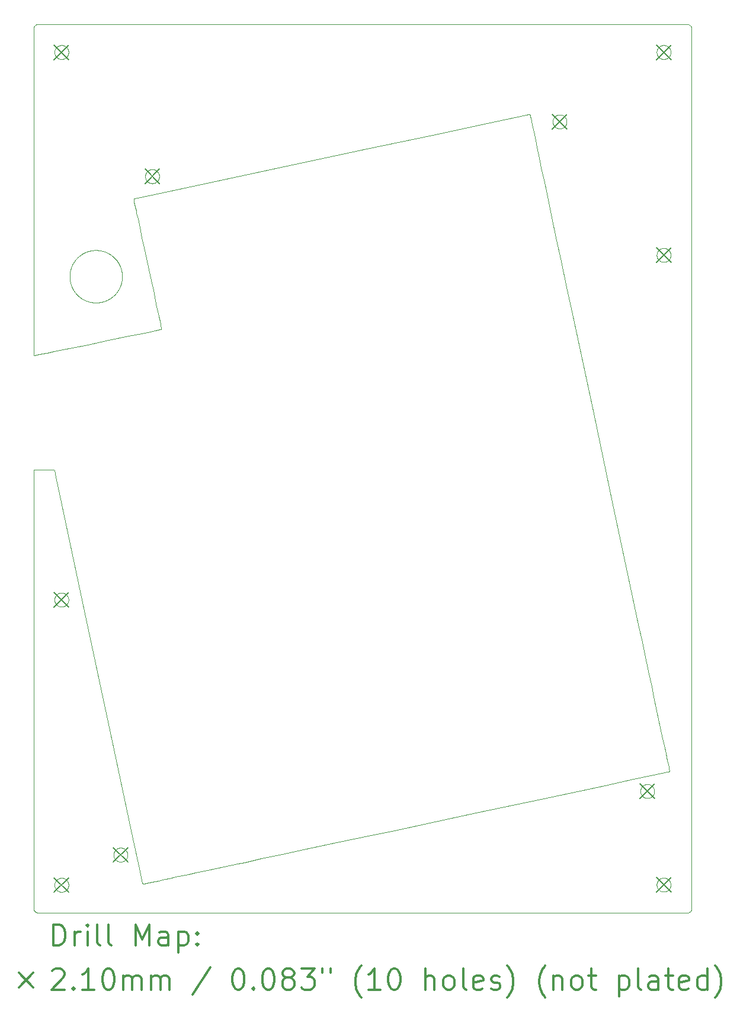
<source format=gbr>
%FSLAX45Y45*%
G04 Gerber Fmt 4.5, Leading zero omitted, Abs format (unit mm)*
G04 Created by KiCad (PCBNEW (5.1.5-0-10_14)) date 2020-05-14 05:15:04*
%MOMM*%
%LPD*%
G04 APERTURE LIST*
%TA.AperFunction,Profile*%
%ADD10C,0.050000*%
%TD*%
%ADD11C,0.200000*%
%ADD12C,0.300000*%
G04 APERTURE END LIST*
D10*
X16534112Y-3217053D02*
X16533991Y-3222004D01*
X16533991Y-3222004D02*
X16533649Y-3226735D01*
X16533649Y-3226735D02*
X16533111Y-3231246D01*
X16533111Y-3231246D02*
X16532391Y-3235616D01*
X16532391Y-3235616D02*
X16531519Y-3239769D01*
X16531519Y-3239769D02*
X16530498Y-3243783D01*
X16530498Y-3243783D02*
X16529306Y-3247766D01*
X16529306Y-3247766D02*
X16528007Y-3251534D01*
X16528007Y-3251534D02*
X16526564Y-3255232D01*
X16526564Y-3255232D02*
X16525029Y-3258753D01*
X16525029Y-3258753D02*
X16523380Y-3262169D01*
X16523380Y-3262169D02*
X16521480Y-3265742D01*
X16521480Y-3265742D02*
X16519637Y-3268905D01*
X16519637Y-3268905D02*
X16517663Y-3272025D01*
X16517663Y-3272025D02*
X16515622Y-3275004D01*
X16515622Y-3275004D02*
X16513444Y-3277948D01*
X16513444Y-3277948D02*
X16511210Y-3280751D01*
X16511210Y-3280751D02*
X16508880Y-3283471D01*
X16508880Y-3283471D02*
X16506430Y-3286132D01*
X16506430Y-3286132D02*
X16503900Y-3288690D01*
X16503900Y-3288690D02*
X16501321Y-3291117D01*
X16501321Y-3291117D02*
X16498573Y-3293526D01*
X16498573Y-3293526D02*
X16495782Y-3295799D01*
X16495782Y-3295799D02*
X16492910Y-3297973D01*
X16492910Y-3297973D02*
X16489959Y-3300044D01*
X16489959Y-3300044D02*
X16486675Y-3302168D01*
X16486675Y-3302168D02*
X16483470Y-3304073D01*
X16483470Y-3304073D02*
X16479704Y-3306111D01*
X16479704Y-3306111D02*
X16476324Y-3307767D01*
X16476324Y-3307767D02*
X16472823Y-3309320D01*
X16472823Y-3309320D02*
X16469164Y-3310774D01*
X16469164Y-3310774D02*
X16465437Y-3312086D01*
X16465437Y-3312086D02*
X16461515Y-3313290D01*
X16461515Y-3313290D02*
X16457453Y-3314352D01*
X16457453Y-3314352D02*
X16453327Y-3315245D01*
X16453327Y-3315245D02*
X16448637Y-3316039D01*
X16448637Y-3316039D02*
X16443896Y-3316610D01*
X16443896Y-3316610D02*
X16439171Y-3316952D01*
X16439171Y-3316952D02*
X16434290Y-3317070D01*
X9251085Y-7172773D02*
X9248808Y-7175533D01*
X9248808Y-7175533D02*
X9245974Y-7177720D01*
X9245974Y-7177720D02*
X9242530Y-7179285D01*
X9242530Y-7179285D02*
X9240917Y-7179707D01*
X16434290Y-6017073D02*
X16439171Y-6017191D01*
X16439171Y-6017191D02*
X16443877Y-6017531D01*
X16443877Y-6017531D02*
X16448617Y-6018101D01*
X16448617Y-6018101D02*
X16452907Y-6018819D01*
X16452907Y-6018819D02*
X16457152Y-6019723D01*
X16457152Y-6019723D02*
X16461183Y-6020763D01*
X16461183Y-6020763D02*
X16465146Y-6021967D01*
X16465146Y-6021967D02*
X16468896Y-6023276D01*
X16468896Y-6023276D02*
X16472683Y-6024772D01*
X16472683Y-6024772D02*
X16476324Y-6026385D01*
X16476324Y-6026385D02*
X16479721Y-6028052D01*
X16479721Y-6028052D02*
X16483044Y-6029841D01*
X16483044Y-6029841D02*
X16486259Y-6031732D01*
X16486259Y-6031732D02*
X16489334Y-6033696D01*
X16489334Y-6033696D02*
X16492332Y-6035769D01*
X16492332Y-6035769D02*
X16495309Y-6037992D01*
X16495309Y-6037992D02*
X16498114Y-6040250D01*
X16498114Y-6040250D02*
X16500835Y-6042606D01*
X16500835Y-6042606D02*
X16503792Y-6045369D01*
X16503792Y-6045369D02*
X16506326Y-6047924D01*
X16506326Y-6047924D02*
X16508768Y-6050567D01*
X16508768Y-6050567D02*
X16511115Y-6053298D01*
X16511115Y-6053298D02*
X16513341Y-6056082D01*
X16513341Y-6056082D02*
X16515513Y-6059008D01*
X16515513Y-6059008D02*
X16517559Y-6061982D01*
X16517559Y-6061982D02*
X16519578Y-6065161D01*
X16519578Y-6065161D02*
X16521424Y-6068321D01*
X16521424Y-6068321D02*
X16523191Y-6071620D01*
X16523191Y-6071620D02*
X16524853Y-6075026D01*
X16524853Y-6075026D02*
X16526433Y-6078608D01*
X16526433Y-6078608D02*
X16527901Y-6082333D01*
X16527901Y-6082333D02*
X16529211Y-6086092D01*
X16529211Y-6086092D02*
X16530384Y-6089955D01*
X16530384Y-6089955D02*
X16531422Y-6093958D01*
X16531422Y-6093958D02*
X16532326Y-6098176D01*
X16532326Y-6098176D02*
X16533061Y-6102536D01*
X16533061Y-6102536D02*
X16533618Y-6107075D01*
X16533618Y-6107075D02*
X16533977Y-6111834D01*
X16533977Y-6111834D02*
X16534111Y-6116813D01*
X16534111Y-6116813D02*
X16534112Y-6117056D01*
X16334044Y-6117056D02*
X16334161Y-6112173D01*
X16334161Y-6112173D02*
X16334507Y-6107390D01*
X16334507Y-6107390D02*
X16335044Y-6102885D01*
X16335044Y-6102885D02*
X16335765Y-6098521D01*
X16335765Y-6098521D02*
X16336654Y-6094297D01*
X16336654Y-6094297D02*
X16337689Y-6090252D01*
X16337689Y-6090252D02*
X16338852Y-6086384D01*
X16338852Y-6086384D02*
X16340146Y-6082638D01*
X16340146Y-6082638D02*
X16341553Y-6079030D01*
X16341553Y-6079030D02*
X16343071Y-6075543D01*
X16343071Y-6075543D02*
X16344700Y-6072160D01*
X16344700Y-6072160D02*
X16346469Y-6068816D01*
X16346469Y-6068816D02*
X16348340Y-6065580D01*
X16348340Y-6065580D02*
X16350285Y-6062485D01*
X16350285Y-6062485D02*
X16352319Y-6059498D01*
X16352319Y-6059498D02*
X16354455Y-6056589D01*
X16354455Y-6056589D02*
X16356765Y-6053674D01*
X16356765Y-6053674D02*
X16359130Y-6050904D01*
X16359130Y-6050904D02*
X16361566Y-6048249D01*
X16361566Y-6048249D02*
X16364096Y-6045684D01*
X16364096Y-6045684D02*
X16366717Y-6043210D01*
X16366717Y-6043210D02*
X16369654Y-6040636D01*
X16369654Y-6040636D02*
X16372573Y-6038269D01*
X16372573Y-6038269D02*
X16375429Y-6036121D01*
X16375429Y-6036121D02*
X16378519Y-6033968D01*
X16378519Y-6033968D02*
X16381596Y-6031989D01*
X16381596Y-6031989D02*
X16384848Y-6030064D01*
X16384848Y-6030064D02*
X16388143Y-6028277D01*
X16388143Y-6028277D02*
X16391597Y-6026571D01*
X16391597Y-6026571D02*
X16395055Y-6025024D01*
X16395055Y-6025024D02*
X16398885Y-6023490D01*
X16398885Y-6023490D02*
X16402644Y-6022159D01*
X16402644Y-6022159D02*
X16406620Y-6020931D01*
X16406620Y-6020931D02*
X16410626Y-6019876D01*
X16410626Y-6019876D02*
X16414888Y-6018945D01*
X16414888Y-6018945D02*
X16419157Y-6018205D01*
X16419157Y-6018205D02*
X16423644Y-6017630D01*
X16423644Y-6017630D02*
X16428410Y-6017242D01*
X16428410Y-6017242D02*
X16433277Y-6017078D01*
X16433277Y-6017078D02*
X16434290Y-6017073D01*
X8319997Y-6796997D02*
X8315002Y-6796964D01*
X8315002Y-6796964D02*
X8309872Y-6796862D01*
X8309872Y-6796862D02*
X8304759Y-6796692D01*
X8304759Y-6796692D02*
X8299664Y-6796454D01*
X8299664Y-6796454D02*
X8294885Y-6796167D01*
X8294885Y-6796167D02*
X8290121Y-6795822D01*
X8290121Y-6795822D02*
X8285375Y-6795417D01*
X8285375Y-6795417D02*
X8280719Y-6794960D01*
X8280719Y-6794960D02*
X8275932Y-6794430D01*
X8275932Y-6794430D02*
X8271238Y-6793849D01*
X8271238Y-6793849D02*
X8266269Y-6793169D01*
X8266269Y-6793169D02*
X8261612Y-6792470D01*
X8261612Y-6792470D02*
X8257046Y-6791726D01*
X8257046Y-6791726D02*
X8252427Y-6790914D01*
X8252427Y-6790914D02*
X8248042Y-6790088D01*
X8248042Y-6790088D02*
X8243818Y-6789240D01*
X8243818Y-6789240D02*
X8239469Y-6788314D01*
X8239469Y-6788314D02*
X8235210Y-6787354D01*
X8235210Y-6787354D02*
X8230969Y-6786346D01*
X8230969Y-6786346D02*
X8226536Y-6785236D01*
X8226536Y-6785236D02*
X8222543Y-6784187D01*
X8222543Y-6784187D02*
X8218359Y-6783036D01*
X8218359Y-6783036D02*
X8214402Y-6781899D01*
X8214402Y-6781899D02*
X8210532Y-6780741D01*
X8210532Y-6780741D02*
X8206200Y-6779390D01*
X8206200Y-6779390D02*
X8202367Y-6778146D01*
X8202367Y-6778146D02*
X8198554Y-6776863D01*
X8198554Y-6776863D02*
X8194758Y-6775540D01*
X8194758Y-6775540D02*
X8190174Y-6773880D01*
X8190174Y-6773880D02*
X8186486Y-6772495D01*
X8186486Y-6772495D02*
X8182684Y-6771021D01*
X8182684Y-6771021D02*
X8178969Y-6769533D01*
X8178969Y-6769533D02*
X8175075Y-6767924D01*
X8175075Y-6767924D02*
X8171335Y-6766329D01*
X8171335Y-6766329D02*
X8167420Y-6764608D01*
X8167420Y-6764608D02*
X8163787Y-6762963D01*
X8163787Y-6762963D02*
X8160175Y-6761280D01*
X8160175Y-6761280D02*
X8156648Y-6759592D01*
X8156648Y-6759592D02*
X8153269Y-6757931D01*
X8153269Y-6757931D02*
X8149466Y-6756011D01*
X8149466Y-6756011D02*
X8145437Y-6753917D01*
X8145437Y-6753917D02*
X8141935Y-6752047D01*
X8141935Y-6752047D02*
X8138641Y-6750243D01*
X8138641Y-6750243D02*
X8135244Y-6748338D01*
X8135244Y-6748338D02*
X8131869Y-6746398D01*
X8131869Y-6746398D02*
X8128638Y-6744497D01*
X8128638Y-6744497D02*
X8125427Y-6742565D01*
X8125427Y-6742565D02*
X8122117Y-6740527D01*
X8122117Y-6740527D02*
X8119009Y-6738569D01*
X8119009Y-6738569D02*
X8115744Y-6736467D01*
X8115744Y-6736467D02*
X8112619Y-6734410D01*
X8112619Y-6734410D02*
X8109517Y-6732323D01*
X8109517Y-6732323D02*
X8106552Y-6730286D01*
X8106552Y-6730286D02*
X8103550Y-6728181D01*
X8103550Y-6728181D02*
X8100627Y-6726089D01*
X8100627Y-6726089D02*
X8097385Y-6723719D01*
X8097385Y-6723719D02*
X8093776Y-6721017D01*
X8093776Y-6721017D02*
X8090423Y-6718446D01*
X8090423Y-6718446D02*
X8087542Y-6716188D01*
X8087542Y-6716188D02*
X8084683Y-6713902D01*
X8084683Y-6713902D02*
X8081847Y-6711590D01*
X8081847Y-6711590D02*
X8078656Y-6708933D01*
X8078656Y-6708933D02*
X8075656Y-6706380D01*
X8075656Y-6706380D02*
X8072842Y-6703935D01*
X8072842Y-6703935D02*
X8070105Y-6701509D01*
X8070105Y-6701509D02*
X8067184Y-6698868D01*
X8067184Y-6698868D02*
X8064548Y-6696436D01*
X8064548Y-6696436D02*
X8061426Y-6693495D01*
X8061426Y-6693495D02*
X8058842Y-6691009D01*
X8058842Y-6691009D02*
X8056181Y-6688401D01*
X8056181Y-6688401D02*
X8053596Y-6685815D01*
X8053596Y-6685815D02*
X8050840Y-6683003D01*
X8050840Y-6683003D02*
X8047195Y-6679192D01*
X8047195Y-6679192D02*
X8044460Y-6676262D01*
X8044460Y-6676262D02*
X8041804Y-6673355D01*
X8041804Y-6673355D02*
X8039364Y-6670631D01*
X8039364Y-6670631D02*
X8036951Y-6667883D01*
X8036951Y-6667883D02*
X8034564Y-6665111D01*
X8034564Y-6665111D02*
X8032204Y-6662315D01*
X8032204Y-6662315D02*
X8029336Y-6658843D01*
X8029336Y-6658843D02*
X8027036Y-6655997D01*
X8027036Y-6655997D02*
X8024763Y-6653127D01*
X8024763Y-6653127D02*
X8022389Y-6650068D01*
X8022389Y-6650068D02*
X8020130Y-6647096D01*
X8020130Y-6647096D02*
X8017609Y-6643704D01*
X8017609Y-6643704D02*
X8015453Y-6640740D01*
X8015453Y-6640740D02*
X8013326Y-6637755D01*
X8013326Y-6637755D02*
X8011228Y-6634748D01*
X8011228Y-6634748D02*
X8008843Y-6631253D01*
X8008843Y-6631253D02*
X8006767Y-6628141D01*
X8006767Y-6628141D02*
X8004684Y-6624949D01*
X8004684Y-6624949D02*
X8002670Y-6621794D01*
X8002670Y-6621794D02*
X8000613Y-6618497D01*
X8000613Y-6618497D02*
X7998516Y-6615057D01*
X7998516Y-6615057D02*
X7996491Y-6611654D01*
X7996491Y-6611654D02*
X7994536Y-6608289D01*
X7994536Y-6608289D02*
X7992684Y-6605025D01*
X7992684Y-6605025D02*
X7990898Y-6601804D01*
X7990898Y-6601804D02*
X7988876Y-6598063D01*
X7988876Y-6598063D02*
X7987026Y-6594549D01*
X7987026Y-6594549D02*
X7985244Y-6591076D01*
X7985244Y-6591076D02*
X7983560Y-6587709D01*
X7983560Y-6587709D02*
X7981909Y-6584324D01*
X7981909Y-6584324D02*
X7980231Y-6580791D01*
X7980231Y-6580791D02*
X7978559Y-6577173D01*
X7978559Y-6577173D02*
X7976838Y-6573339D01*
X7976838Y-6573339D02*
X7975215Y-6569614D01*
X7975215Y-6569614D02*
X7973659Y-6565933D01*
X7973659Y-6565933D02*
X7972141Y-6562233D01*
X7972141Y-6562233D02*
X7970557Y-6558247D01*
X7970557Y-6558247D02*
X7969018Y-6554238D01*
X7969018Y-6554238D02*
X7967548Y-6550275D01*
X7967548Y-6550275D02*
X7966169Y-6546427D01*
X7966169Y-6546427D02*
X7964855Y-6542627D01*
X7964855Y-6542627D02*
X7963580Y-6538809D01*
X7963580Y-6538809D02*
X7962280Y-6534767D01*
X7962280Y-6534767D02*
X7960899Y-6530291D01*
X7960899Y-6530291D02*
X7959733Y-6526347D01*
X7959733Y-6526347D02*
X7958571Y-6522245D01*
X7958571Y-6522245D02*
X7957436Y-6518054D01*
X7957436Y-6518054D02*
X7956349Y-6513845D01*
X7956349Y-6513845D02*
X7955039Y-6508485D01*
X7955039Y-6508485D02*
X7954076Y-6504304D01*
X7954076Y-6504304D02*
X7953130Y-6499963D01*
X7953130Y-6499963D02*
X7952248Y-6495675D01*
X7952248Y-6495675D02*
X7951428Y-6491441D01*
X7951428Y-6491441D02*
X7950593Y-6486829D01*
X7950593Y-6486829D02*
X7949803Y-6482126D01*
X7949803Y-6482126D02*
X7949126Y-6477767D01*
X7949126Y-6477767D02*
X7948459Y-6473099D01*
X7948459Y-6473099D02*
X7947858Y-6468487D01*
X7947858Y-6468487D02*
X7947330Y-6464004D01*
X7947330Y-6464004D02*
X7946747Y-6458397D01*
X7946747Y-6458397D02*
X7946320Y-6453657D01*
X7946320Y-6453657D02*
X7945951Y-6448900D01*
X7945951Y-6448900D02*
X7945626Y-6443828D01*
X7945626Y-6443828D02*
X7945381Y-6439037D01*
X7945381Y-6439037D02*
X7945177Y-6433630D01*
X7945177Y-6433630D02*
X7945055Y-6428505D01*
X7945055Y-6428505D02*
X7945002Y-6423363D01*
X7945002Y-6423363D02*
X7945000Y-6422000D01*
X16434290Y-3117070D02*
X16439171Y-3117189D01*
X16439171Y-3117189D02*
X16443877Y-3117528D01*
X16443877Y-3117528D02*
X16448617Y-3118099D01*
X16448617Y-3118099D02*
X16452907Y-3118816D01*
X16452907Y-3118816D02*
X16457152Y-3119720D01*
X16457152Y-3119720D02*
X16461183Y-3120761D01*
X16461183Y-3120761D02*
X16465146Y-3121964D01*
X16465146Y-3121964D02*
X16468896Y-3123273D01*
X16468896Y-3123273D02*
X16472683Y-3124770D01*
X16472683Y-3124770D02*
X16476324Y-3126383D01*
X16476324Y-3126383D02*
X16479721Y-3128049D01*
X16479721Y-3128049D02*
X16483044Y-3129838D01*
X16483044Y-3129838D02*
X16486259Y-3131729D01*
X16486259Y-3131729D02*
X16489334Y-3133694D01*
X16489334Y-3133694D02*
X16492332Y-3135766D01*
X16492332Y-3135766D02*
X16495309Y-3137989D01*
X16495309Y-3137989D02*
X16498114Y-3140247D01*
X16498114Y-3140247D02*
X16500835Y-3142603D01*
X16500835Y-3142603D02*
X16503792Y-3145367D01*
X16503792Y-3145367D02*
X16506326Y-3147921D01*
X16506326Y-3147921D02*
X16508768Y-3150565D01*
X16508768Y-3150565D02*
X16511115Y-3153295D01*
X16511115Y-3153295D02*
X16513341Y-3156079D01*
X16513341Y-3156079D02*
X16515513Y-3159005D01*
X16515513Y-3159005D02*
X16517559Y-3161979D01*
X16517559Y-3161979D02*
X16519578Y-3165159D01*
X16519578Y-3165159D02*
X16521424Y-3168318D01*
X16521424Y-3168318D02*
X16523191Y-3171618D01*
X16523191Y-3171618D02*
X16524853Y-3175023D01*
X16524853Y-3175023D02*
X16526433Y-3178605D01*
X16526433Y-3178605D02*
X16527901Y-3182330D01*
X16527901Y-3182330D02*
X16529211Y-3186090D01*
X16529211Y-3186090D02*
X16530384Y-3189953D01*
X16530384Y-3189953D02*
X16531422Y-3193955D01*
X16531422Y-3193955D02*
X16532326Y-3198173D01*
X16532326Y-3198173D02*
X16533061Y-3202533D01*
X16533061Y-3202533D02*
X16533618Y-3207072D01*
X16533618Y-3207072D02*
X16533977Y-3211831D01*
X16533977Y-3211831D02*
X16534111Y-3216811D01*
X16534111Y-3216811D02*
X16534112Y-3217053D01*
X16334044Y-3217053D02*
X16334161Y-3212170D01*
X16334161Y-3212170D02*
X16334507Y-3207387D01*
X16334507Y-3207387D02*
X16335044Y-3202883D01*
X16335044Y-3202883D02*
X16335765Y-3198518D01*
X16335765Y-3198518D02*
X16336654Y-3194295D01*
X16336654Y-3194295D02*
X16337689Y-3190250D01*
X16337689Y-3190250D02*
X16338852Y-3186382D01*
X16338852Y-3186382D02*
X16340146Y-3182635D01*
X16340146Y-3182635D02*
X16341553Y-3179027D01*
X16341553Y-3179027D02*
X16343071Y-3175540D01*
X16343071Y-3175540D02*
X16344700Y-3172157D01*
X16344700Y-3172157D02*
X16346469Y-3168813D01*
X16346469Y-3168813D02*
X16348340Y-3165578D01*
X16348340Y-3165578D02*
X16350285Y-3162482D01*
X16350285Y-3162482D02*
X16352319Y-3159495D01*
X16352319Y-3159495D02*
X16354455Y-3156586D01*
X16354455Y-3156586D02*
X16356765Y-3153671D01*
X16356765Y-3153671D02*
X16359130Y-3150901D01*
X16359130Y-3150901D02*
X16361566Y-3148246D01*
X16361566Y-3148246D02*
X16364096Y-3145681D01*
X16364096Y-3145681D02*
X16366717Y-3143207D01*
X16366717Y-3143207D02*
X16369654Y-3140633D01*
X16369654Y-3140633D02*
X16372573Y-3138266D01*
X16372573Y-3138266D02*
X16375429Y-3136118D01*
X16375429Y-3136118D02*
X16378519Y-3133965D01*
X16378519Y-3133965D02*
X16381596Y-3131986D01*
X16381596Y-3131986D02*
X16384848Y-3130061D01*
X16384848Y-3130061D02*
X16388143Y-3128274D01*
X16388143Y-3128274D02*
X16391597Y-3126568D01*
X16391597Y-3126568D02*
X16395055Y-3125021D01*
X16395055Y-3125021D02*
X16398885Y-3123487D01*
X16398885Y-3123487D02*
X16402644Y-3122156D01*
X16402644Y-3122156D02*
X16406620Y-3120929D01*
X16406620Y-3120929D02*
X16410626Y-3119873D01*
X16410626Y-3119873D02*
X16414888Y-3118942D01*
X16414888Y-3118942D02*
X16419157Y-3118202D01*
X16419157Y-3118202D02*
X16423644Y-3117627D01*
X16423644Y-3117627D02*
X16428410Y-3117239D01*
X16428410Y-3117239D02*
X16433277Y-3117075D01*
X16433277Y-3117075D02*
X16434290Y-3117070D01*
X16513707Y-13481176D02*
X16511430Y-13470464D01*
X16511430Y-13470464D02*
X16504812Y-13439314D01*
X16504812Y-13439314D02*
X16495785Y-13396830D01*
X16495785Y-13396830D02*
X16484429Y-13343382D01*
X16484429Y-13343382D02*
X16463467Y-13244721D01*
X16463467Y-13244721D02*
X16437175Y-13120974D01*
X16437175Y-13120974D02*
X16417292Y-13027390D01*
X16417292Y-13027390D02*
X16384092Y-12871125D01*
X16384092Y-12871125D02*
X16333192Y-12631553D01*
X16333192Y-12631553D02*
X16290438Y-12430319D01*
X16290438Y-12430319D02*
X16260132Y-12287678D01*
X16260132Y-12287678D02*
X16212127Y-12061730D01*
X16212127Y-12061730D02*
X16160766Y-11819987D01*
X16160766Y-11819987D02*
X16125092Y-11652073D01*
X16125092Y-11652073D02*
X16069586Y-11390819D01*
X16069586Y-11390819D02*
X15952020Y-10837463D01*
X15952020Y-10837463D02*
X15697307Y-9638580D01*
X15697307Y-9638580D02*
X15429958Y-8380224D01*
X15429958Y-8380224D02*
X15254251Y-7553208D01*
X15254251Y-7553208D02*
X15127523Y-6956727D01*
X15127523Y-6956727D02*
X15046301Y-6574433D01*
X15046301Y-6574433D02*
X14968553Y-6208489D01*
X14968553Y-6208489D02*
X14894910Y-5861868D01*
X14894910Y-5861868D02*
X14826004Y-5537545D01*
X14826004Y-5537545D02*
X14762466Y-5238491D01*
X14762466Y-5238491D02*
X14718919Y-5033525D01*
X14718919Y-5033525D02*
X14691769Y-4905737D01*
X14691769Y-4905737D02*
X14654024Y-4728085D01*
X14654024Y-4728085D02*
X14620820Y-4571800D01*
X14620820Y-4571800D02*
X14600933Y-4478202D01*
X14600933Y-4478202D02*
X14583060Y-4394079D01*
X14583060Y-4394079D02*
X14567279Y-4319805D01*
X14567279Y-4319805D02*
X14553669Y-4255750D01*
X14553669Y-4255750D02*
X14542310Y-4202287D01*
X14542310Y-4202287D02*
X14533279Y-4159786D01*
X14533279Y-4159786D02*
X14528160Y-4135691D01*
X14528160Y-4135691D02*
X14525465Y-4123011D01*
X14525465Y-4123011D02*
X14524379Y-4117898D01*
X16501430Y-13500142D02*
X16505255Y-13498798D01*
X16505255Y-13498798D02*
X16508304Y-13496805D01*
X16508304Y-13496805D02*
X16510803Y-13494197D01*
X16510803Y-13494197D02*
X16512678Y-13491044D01*
X16512678Y-13491044D02*
X16513898Y-13486873D01*
X16513898Y-13486873D02*
X16513847Y-13481909D01*
X16513847Y-13481909D02*
X16513707Y-13481176D01*
X9002749Y-15102882D02*
X9008599Y-15101631D01*
X9008599Y-15101631D02*
X9018228Y-15099572D01*
X9018228Y-15099572D02*
X9031478Y-15096740D01*
X9031478Y-15096740D02*
X9046977Y-15093426D01*
X9046977Y-15093426D02*
X9064690Y-15089640D01*
X9064690Y-15089640D02*
X9084579Y-15085388D01*
X9084579Y-15085388D02*
X9118153Y-15078212D01*
X9118153Y-15078212D02*
X9170552Y-15067011D01*
X9170552Y-15067011D02*
X9215393Y-15057426D01*
X9215393Y-15057426D02*
X9247573Y-15050547D01*
X9247573Y-15050547D02*
X9299200Y-15039512D01*
X9299200Y-15039512D02*
X9374864Y-15023340D01*
X9374864Y-15023340D02*
X9457697Y-15005634D01*
X9457697Y-15005634D02*
X9547408Y-14986459D01*
X9547408Y-14986459D02*
X9643704Y-14965877D01*
X9643704Y-14965877D02*
X9746291Y-14943950D01*
X9746291Y-14943950D02*
X9910634Y-14908823D01*
X9910634Y-14908823D02*
X10150048Y-14857651D01*
X10150048Y-14857651D02*
X10343363Y-14816332D01*
X10343363Y-14816332D02*
X10443732Y-14794879D01*
X10443732Y-14794879D02*
X10511908Y-14780308D01*
X10511908Y-14780308D02*
X10686233Y-14743048D01*
X10686233Y-14743048D02*
X10978322Y-14680618D01*
X10978322Y-14680618D02*
X11283287Y-14615436D01*
X11283287Y-14615436D02*
X11758877Y-14513786D01*
X11758877Y-14513786D02*
X12252025Y-14408383D01*
X12252025Y-14408383D02*
X12585081Y-14337198D01*
X12585081Y-14337198D02*
X13086420Y-14230044D01*
X13086420Y-14230044D02*
X13745504Y-14089176D01*
X13745504Y-14089176D02*
X14682617Y-13888884D01*
X14682617Y-13888884D02*
X15354281Y-13745327D01*
X15354281Y-13745327D02*
X15593681Y-13694159D01*
X15593681Y-13694159D02*
X15810837Y-13647745D01*
X15810837Y-13647745D02*
X16003410Y-13606586D01*
X16003410Y-13606586D02*
X16244858Y-13554980D01*
X16244858Y-13554980D02*
X16410214Y-13519638D01*
X16410214Y-13519638D02*
X16481040Y-13504500D01*
X16481040Y-13504500D02*
X16501430Y-13500142D01*
X8990701Y-15100596D02*
X8994065Y-15102286D01*
X8994065Y-15102286D02*
X8998224Y-15103169D01*
X8998224Y-15103169D02*
X9002749Y-15102882D01*
X8983758Y-15090520D02*
X8985051Y-15094257D01*
X8985051Y-15094257D02*
X8987029Y-15097328D01*
X8987029Y-15097328D02*
X8989629Y-15099843D01*
X8989629Y-15099843D02*
X8990701Y-15100596D01*
X7725408Y-9194359D02*
X7745440Y-9288218D01*
X7745440Y-9288218D02*
X7856199Y-9807194D01*
X7856199Y-9807194D02*
X8128542Y-11083294D01*
X8128542Y-11083294D02*
X8575701Y-13178516D01*
X8575701Y-13178516D02*
X8849811Y-14462891D01*
X8849811Y-14462891D02*
X8938965Y-14880637D01*
X8938965Y-14880637D02*
X8975192Y-15050381D01*
X8975192Y-15050381D02*
X8983758Y-15090520D01*
X7709762Y-9181693D02*
X7714162Y-9182308D01*
X7714162Y-9182308D02*
X7717707Y-9183805D01*
X7717707Y-9183805D02*
X7720662Y-9185983D01*
X7720662Y-9185983D02*
X7722981Y-9188681D01*
X7722981Y-9188681D02*
X7724708Y-9191986D01*
X7724708Y-9191986D02*
X7725408Y-9194359D01*
X7444806Y-9181693D02*
X7709762Y-9181693D01*
X7428804Y-9197695D02*
X7429418Y-9193290D01*
X7429418Y-9193290D02*
X7430921Y-9189737D01*
X7430921Y-9189737D02*
X7433048Y-9186842D01*
X7433048Y-9186842D02*
X7435753Y-9184500D01*
X7435753Y-9184500D02*
X7439055Y-9182758D01*
X7439055Y-9182758D02*
X7443196Y-9181773D01*
X7443196Y-9181773D02*
X7444806Y-9181693D01*
X16770078Y-15517071D02*
X7492812Y-15517071D01*
X16834086Y-15453063D02*
X16833902Y-15457942D01*
X16833902Y-15457942D02*
X16833399Y-15462471D01*
X16833399Y-15462471D02*
X16832613Y-15466778D01*
X16832613Y-15466778D02*
X16831586Y-15470837D01*
X16831586Y-15470837D02*
X16830280Y-15474857D01*
X16830280Y-15474857D02*
X16828799Y-15478576D01*
X16828799Y-15478576D02*
X16827185Y-15482004D01*
X16827185Y-15482004D02*
X16825377Y-15485317D01*
X16825377Y-15485317D02*
X16823437Y-15488427D01*
X16823437Y-15488427D02*
X16821284Y-15491473D01*
X16821284Y-15491473D02*
X16819039Y-15494292D01*
X16819039Y-15494292D02*
X16816560Y-15497066D01*
X16816560Y-15497066D02*
X16814048Y-15499576D01*
X16814048Y-15499576D02*
X16811400Y-15501944D01*
X16811400Y-15501944D02*
X16808547Y-15504222D01*
X16808547Y-15504222D02*
X16805585Y-15506324D01*
X16805585Y-15506324D02*
X16802481Y-15508271D01*
X16802481Y-15508271D02*
X16799154Y-15510098D01*
X16799154Y-15510098D02*
X16795756Y-15511709D01*
X16795756Y-15511709D02*
X16792114Y-15513174D01*
X16792114Y-15513174D02*
X16788105Y-15514495D01*
X16788105Y-15514495D02*
X16784083Y-15515533D01*
X16784083Y-15515533D02*
X16779864Y-15516327D01*
X16779864Y-15516327D02*
X16775351Y-15516856D01*
X16775351Y-15516856D02*
X16770452Y-15517070D01*
X16770452Y-15517070D02*
X16770078Y-15517071D01*
X16834086Y-2881071D02*
X16834086Y-15453063D01*
X16770078Y-2817071D02*
X16775149Y-2817269D01*
X16775149Y-2817269D02*
X16779666Y-2817785D01*
X16779666Y-2817785D02*
X16783889Y-2818567D01*
X16783889Y-2818567D02*
X16788011Y-2819621D01*
X16788011Y-2819621D02*
X16791907Y-2820895D01*
X16791907Y-2820895D02*
X16795600Y-2822369D01*
X16795600Y-2822369D02*
X16799014Y-2823978D01*
X16799014Y-2823978D02*
X16802294Y-2825767D01*
X16802294Y-2825767D02*
X16805395Y-2827699D01*
X16805395Y-2827699D02*
X16808394Y-2829813D01*
X16808394Y-2829813D02*
X16811400Y-2832208D01*
X16811400Y-2832208D02*
X16814117Y-2834643D01*
X16814117Y-2834643D02*
X16816692Y-2837227D01*
X16816692Y-2837227D02*
X16819055Y-2839880D01*
X16819055Y-2839880D02*
X16821370Y-2842797D01*
X16821370Y-2842797D02*
X16823530Y-2845867D01*
X16823530Y-2845867D02*
X16825474Y-2849004D01*
X16825474Y-2849004D02*
X16827234Y-2852246D01*
X16827234Y-2852246D02*
X16828877Y-2855755D01*
X16828877Y-2855755D02*
X16830380Y-2859570D01*
X16830380Y-2859570D02*
X16831613Y-2863406D01*
X16831613Y-2863406D02*
X16832650Y-2867538D01*
X16832650Y-2867538D02*
X16833442Y-2871970D01*
X16833442Y-2871970D02*
X16833926Y-2876527D01*
X16833926Y-2876527D02*
X16834086Y-2881071D01*
X7492812Y-2817071D02*
X16770078Y-2817071D01*
X9253337Y-7160674D02*
X9253630Y-7165409D01*
X9253630Y-7165409D02*
X9252715Y-7169529D01*
X9252715Y-7169529D02*
X9251085Y-7172773D01*
X9240917Y-7179707D02*
X9227166Y-7182540D01*
X9227166Y-7182540D02*
X9209543Y-7186171D01*
X9209543Y-7186171D02*
X9163378Y-7195684D01*
X9163378Y-7195684D02*
X9102018Y-7208328D01*
X9102018Y-7208328D02*
X9054794Y-7218059D01*
X9054794Y-7218059D02*
X8975409Y-7234417D01*
X8975409Y-7234417D02*
X8789887Y-7272646D01*
X8789887Y-7272646D02*
X8502238Y-7331920D01*
X8502238Y-7331920D02*
X8198973Y-7394412D01*
X8198973Y-7394412D02*
X7980268Y-7439479D01*
X7980268Y-7439479D02*
X7844752Y-7467403D01*
X7844752Y-7467403D02*
X7722029Y-7492692D01*
X7722029Y-7492692D02*
X7615809Y-7514580D01*
X7615809Y-7514580D02*
X7549925Y-7528156D01*
X7549925Y-7528156D02*
X7512671Y-7535833D01*
X7512671Y-7535833D02*
X7467721Y-7545095D01*
X7467721Y-7545095D02*
X7448040Y-7549150D01*
X7428804Y-15453063D02*
X7428804Y-9197695D01*
X7447549Y-15498360D02*
X7445105Y-15495771D01*
X7445105Y-15495771D02*
X7442773Y-15493007D01*
X7442773Y-15493007D02*
X7440586Y-15490099D01*
X7440586Y-15490099D02*
X7438575Y-15487081D01*
X7438575Y-15487081D02*
X7436647Y-15483790D01*
X7436647Y-15483790D02*
X7434888Y-15480323D01*
X7434888Y-15480323D02*
X7433365Y-15476816D01*
X7433365Y-15476816D02*
X7432029Y-15473147D01*
X7432029Y-15473147D02*
X7430887Y-15469280D01*
X7430887Y-15469280D02*
X7429951Y-15465148D01*
X7429951Y-15465148D02*
X7429274Y-15460824D01*
X7429274Y-15460824D02*
X7428880Y-15456194D01*
X7428880Y-15456194D02*
X7428804Y-15453063D01*
X7492812Y-15517071D02*
X7487911Y-15516882D01*
X7487911Y-15516882D02*
X7483020Y-15516315D01*
X7483020Y-15516315D02*
X7478685Y-15515488D01*
X7478685Y-15515488D02*
X7474617Y-15514425D01*
X7474617Y-15514425D02*
X7470359Y-15512997D01*
X7470359Y-15512997D02*
X7466570Y-15511438D01*
X7466570Y-15511438D02*
X7463145Y-15509776D01*
X7463145Y-15509776D02*
X7459759Y-15507876D01*
X7459759Y-15507876D02*
X7456679Y-15505902D01*
X7456679Y-15505902D02*
X7453749Y-15503781D01*
X7453749Y-15503781D02*
X7450979Y-15501531D01*
X7450979Y-15501531D02*
X7448293Y-15499087D01*
X7448293Y-15499087D02*
X7447549Y-15498360D01*
X7447549Y-2835816D02*
X7450255Y-2833263D01*
X7450255Y-2833263D02*
X7452973Y-2830975D01*
X7452973Y-2830975D02*
X7456125Y-2828624D01*
X7456125Y-2828624D02*
X7459174Y-2826618D01*
X7459174Y-2826618D02*
X7462369Y-2824771D01*
X7462369Y-2824771D02*
X7465860Y-2823019D01*
X7465860Y-2823019D02*
X7469448Y-2821485D01*
X7469448Y-2821485D02*
X7473217Y-2820142D01*
X7473217Y-2820142D02*
X7477163Y-2819012D01*
X7477163Y-2819012D02*
X7481277Y-2818118D01*
X7481277Y-2818118D02*
X7485750Y-2817461D01*
X7485750Y-2817461D02*
X7490479Y-2817113D01*
X7490479Y-2817113D02*
X7492812Y-2817071D01*
X7428804Y-2881071D02*
X7428992Y-2876170D01*
X7428992Y-2876170D02*
X7429503Y-2871637D01*
X7429503Y-2871637D02*
X7430318Y-2867232D01*
X7430318Y-2867232D02*
X7431378Y-2863106D01*
X7431378Y-2863106D02*
X7432636Y-2859262D01*
X7432636Y-2859262D02*
X7434077Y-2855636D01*
X7434077Y-2855636D02*
X7435693Y-2852191D01*
X7435693Y-2852191D02*
X7437463Y-2848929D01*
X7437463Y-2848929D02*
X7439410Y-2845789D01*
X7439410Y-2845789D02*
X7441511Y-2842798D01*
X7441511Y-2842798D02*
X7443771Y-2839942D01*
X7443771Y-2839942D02*
X7446133Y-2837278D01*
X7446133Y-2837278D02*
X7447549Y-2835816D01*
X7428804Y-7533479D02*
X7428804Y-2881071D01*
X7448040Y-7549150D02*
X7443195Y-7549399D01*
X7443195Y-7549399D02*
X7439148Y-7548446D01*
X7439148Y-7548446D02*
X7435851Y-7546739D01*
X7435851Y-7546739D02*
X7434697Y-7545882D01*
X8694994Y-6422000D02*
X8694962Y-6426994D01*
X8694962Y-6426994D02*
X8694862Y-6432049D01*
X8694862Y-6432049D02*
X8694701Y-6436937D01*
X8694701Y-6436937D02*
X8694483Y-6441734D01*
X8694483Y-6441734D02*
X8694199Y-6446590D01*
X8694199Y-6446590D02*
X8693865Y-6451280D01*
X8693865Y-6451280D02*
X8693359Y-6457214D01*
X8693359Y-6457214D02*
X8692825Y-6462531D01*
X8692825Y-6462531D02*
X8692296Y-6467166D01*
X8692296Y-6467166D02*
X8691731Y-6471637D01*
X8691731Y-6471637D02*
X8691093Y-6476237D01*
X8691093Y-6476237D02*
X8690433Y-6480602D01*
X8690433Y-6480602D02*
X8689711Y-6485022D01*
X8689711Y-6485022D02*
X8688951Y-6489353D01*
X8688951Y-6489353D02*
X8688085Y-6493954D01*
X8688085Y-6493954D02*
X8687223Y-6498250D01*
X8687223Y-6498250D02*
X8686311Y-6502527D01*
X8686311Y-6502527D02*
X8685352Y-6506787D01*
X8685352Y-6506787D02*
X8684344Y-6511028D01*
X8684344Y-6511028D02*
X8683234Y-6515461D01*
X8683234Y-6515461D02*
X8682165Y-6519523D01*
X8682165Y-6519523D02*
X8681053Y-6523568D01*
X8681053Y-6523568D02*
X8679917Y-6527525D01*
X8679917Y-6527525D02*
X8678760Y-6531395D01*
X8678760Y-6531395D02*
X8677388Y-6535797D01*
X8677388Y-6535797D02*
X8676053Y-6539902D01*
X8676053Y-6539902D02*
X8674674Y-6543986D01*
X8674674Y-6543986D02*
X8673248Y-6548049D01*
X8673248Y-6548049D02*
X8671902Y-6551755D01*
X8671902Y-6551755D02*
X8670365Y-6555844D01*
X8670365Y-6555844D02*
X8668913Y-6559578D01*
X8668913Y-6559578D02*
X8667422Y-6563292D01*
X8667422Y-6563292D02*
X8665894Y-6566987D01*
X8665894Y-6566987D02*
X8664327Y-6570662D01*
X8664327Y-6570662D02*
X8662722Y-6574316D01*
X8662722Y-6574316D02*
X8660961Y-6578209D01*
X8660961Y-6578209D02*
X8659278Y-6581821D01*
X8659278Y-6581821D02*
X8657558Y-6585412D01*
X8657558Y-6585412D02*
X8655675Y-6589236D01*
X8655675Y-6589236D02*
X8653620Y-6593288D01*
X8653620Y-6593288D02*
X8651650Y-6597061D01*
X8651650Y-6597061D02*
X8649875Y-6600373D01*
X8649875Y-6600373D02*
X8648000Y-6603789D01*
X8648000Y-6603789D02*
X8646160Y-6607060D01*
X8646160Y-6607060D02*
X8643932Y-6610921D01*
X8643932Y-6610921D02*
X8641769Y-6614572D01*
X8641769Y-6614572D02*
X8639862Y-6617715D01*
X8639862Y-6617715D02*
X8637775Y-6621077D01*
X8637775Y-6621077D02*
X8635653Y-6624415D01*
X8635653Y-6624415D02*
X8633614Y-6627552D01*
X8633614Y-6627552D02*
X8631584Y-6630609D01*
X8631584Y-6630609D02*
X8629405Y-6633819D01*
X8629405Y-6633819D02*
X8627356Y-6636774D01*
X8627356Y-6636774D02*
X8625238Y-6639767D01*
X8625238Y-6639767D02*
X8623093Y-6642737D01*
X8623093Y-6642737D02*
X8620876Y-6645743D01*
X8620876Y-6645743D02*
X8618673Y-6648669D01*
X8618673Y-6648669D02*
X8616270Y-6651795D01*
X8616270Y-6651795D02*
X8613835Y-6654896D01*
X8613835Y-6654896D02*
X8611013Y-6658407D01*
X8611013Y-6658407D02*
X8608690Y-6661234D01*
X8608690Y-6661234D02*
X8605976Y-6664468D01*
X8605976Y-6664468D02*
X8603642Y-6667192D01*
X8603642Y-6667192D02*
X8601188Y-6669999D01*
X8601188Y-6669999D02*
X8598755Y-6672728D01*
X8598755Y-6672728D02*
X8596295Y-6675435D01*
X8596295Y-6675435D02*
X8593810Y-6678116D01*
X8593810Y-6678116D02*
X8591299Y-6680774D01*
X8591299Y-6680774D02*
X8588762Y-6683407D01*
X8588762Y-6683407D02*
X8585406Y-6686813D01*
X8585406Y-6686813D02*
X8582812Y-6689388D01*
X8582812Y-6689388D02*
X8579989Y-6692134D01*
X8579989Y-6692134D02*
X8577343Y-6694657D01*
X8577343Y-6694657D02*
X8574724Y-6697106D01*
X8574724Y-6697106D02*
X8571978Y-6699626D01*
X8571978Y-6699626D02*
X8569049Y-6702258D01*
X8569049Y-6702258D02*
X8566304Y-6704676D01*
X8566304Y-6704676D02*
X8563536Y-6707067D01*
X8563536Y-6707067D02*
X8560744Y-6709431D01*
X8560744Y-6709431D02*
X8557930Y-6711769D01*
X8557930Y-6711769D02*
X8555092Y-6714079D01*
X8555092Y-6714079D02*
X8551789Y-6716711D01*
X8551789Y-6716711D02*
X8548902Y-6718963D01*
X8548902Y-6718963D02*
X8545993Y-6721187D01*
X8545993Y-6721187D02*
X8543061Y-6723383D01*
X8543061Y-6723383D02*
X8540165Y-6725510D01*
X8540165Y-6725510D02*
X8537133Y-6727692D01*
X8537133Y-6727692D02*
X8534194Y-6729763D01*
X8534194Y-6729763D02*
X8531176Y-6731846D01*
X8531176Y-6731846D02*
X8528078Y-6733940D01*
X8528078Y-6733940D02*
X8525018Y-6735965D01*
X8525018Y-6735965D02*
X8521877Y-6737999D01*
X8521877Y-6737999D02*
X8518595Y-6740078D01*
X8518595Y-6740078D02*
X8515471Y-6742012D01*
X8515471Y-6742012D02*
X8511842Y-6744207D01*
X8511842Y-6744207D02*
X8508185Y-6746362D01*
X8508185Y-6746362D02*
X8504934Y-6748233D01*
X8504934Y-6748233D02*
X8501538Y-6750140D01*
X8501538Y-6750140D02*
X8498246Y-6751945D01*
X8498246Y-6751945D02*
X8494557Y-6753917D01*
X8494557Y-6753917D02*
X8490528Y-6756011D01*
X8490528Y-6756011D02*
X8486534Y-6758026D01*
X8486534Y-6758026D02*
X8482642Y-6759933D01*
X8482642Y-6759933D02*
X8478788Y-6761765D01*
X8478788Y-6761765D02*
X8475170Y-6763437D01*
X8475170Y-6763437D02*
X8471532Y-6765071D01*
X8471532Y-6765071D02*
X8467873Y-6766668D01*
X8467873Y-6766668D02*
X8464260Y-6768200D01*
X8464260Y-6768200D02*
X8460694Y-6769667D01*
X8460694Y-6769667D02*
X8456510Y-6771334D01*
X8456510Y-6771334D02*
X8452838Y-6772750D01*
X8452838Y-6772750D02*
X8448542Y-6774350D01*
X8448542Y-6774350D02*
X8444695Y-6775731D01*
X8444695Y-6775731D02*
X8440624Y-6777141D01*
X8440624Y-6777141D02*
X8436533Y-6778506D01*
X8436533Y-6778506D02*
X8432696Y-6779738D01*
X8432696Y-6779738D02*
X8428564Y-6781014D01*
X8428564Y-6781014D02*
X8424690Y-6782162D01*
X8424690Y-6782162D02*
X8420730Y-6783289D01*
X8420730Y-6783289D02*
X8416681Y-6784393D01*
X8416681Y-6784393D02*
X8412615Y-6785452D01*
X8412615Y-6785452D02*
X8408531Y-6786466D01*
X8408531Y-6786466D02*
X8404430Y-6787436D01*
X8404430Y-6787436D02*
X8399955Y-6788438D01*
X8399955Y-6788438D02*
X8395747Y-6789328D01*
X8395747Y-6789328D02*
X8391378Y-6790199D01*
X8391378Y-6790199D02*
X8387062Y-6791006D01*
X8387062Y-6791006D02*
X8382730Y-6791763D01*
X8382730Y-6791763D02*
X8378091Y-6792516D01*
X8378091Y-6792516D02*
X8373724Y-6793169D01*
X8373724Y-6793169D02*
X8369048Y-6793811D01*
X8369048Y-6793811D02*
X8364134Y-6794421D01*
X8364134Y-6794421D02*
X8359348Y-6794953D01*
X8359348Y-6794953D02*
X8353730Y-6795497D01*
X8353730Y-6795497D02*
X8348980Y-6795891D01*
X8348980Y-6795891D02*
X8343318Y-6796282D01*
X8343318Y-6796282D02*
X8338533Y-6796546D01*
X8338533Y-6796546D02*
X8333732Y-6796749D01*
X8333732Y-6796749D02*
X8328840Y-6796894D01*
X8328840Y-6796894D02*
X8323782Y-6796978D01*
X8323782Y-6796978D02*
X8319997Y-6796997D01*
X8319997Y-6047003D02*
X8324991Y-6047035D01*
X8324991Y-6047035D02*
X8330724Y-6047153D01*
X8330724Y-6047153D02*
X8335834Y-6047331D01*
X8335834Y-6047331D02*
X8340703Y-6047566D01*
X8340703Y-6047566D02*
X8345481Y-6047856D01*
X8345481Y-6047856D02*
X8350169Y-6048201D01*
X8350169Y-6048201D02*
X8354915Y-6048610D01*
X8354915Y-6048610D02*
X8359865Y-6049101D01*
X8359865Y-6049101D02*
X8364575Y-6049630D01*
X8364575Y-6049630D02*
X8369341Y-6050226D01*
X8369341Y-6050226D02*
X8374016Y-6050872D01*
X8374016Y-6050872D02*
X8378381Y-6051529D01*
X8378381Y-6051529D02*
X8383020Y-6052285D01*
X8383020Y-6052285D02*
X8387350Y-6053046D01*
X8387350Y-6053046D02*
X8391593Y-6053842D01*
X8391593Y-6053842D02*
X8395961Y-6054715D01*
X8395961Y-6054715D02*
X8400524Y-6055685D01*
X8400524Y-6055685D02*
X8404784Y-6056645D01*
X8404784Y-6056645D02*
X8409025Y-6057653D01*
X8409025Y-6057653D02*
X8413528Y-6058781D01*
X8413528Y-6058781D02*
X8417730Y-6059887D01*
X8417730Y-6059887D02*
X8421704Y-6060982D01*
X8421704Y-6060982D02*
X8426007Y-6062222D01*
X8426007Y-6062222D02*
X8429875Y-6063384D01*
X8429875Y-6063384D02*
X8434068Y-6064696D01*
X8434068Y-6064696D02*
X8437899Y-6065943D01*
X8437899Y-6065943D02*
X8441983Y-6067322D01*
X8441983Y-6067322D02*
X8446317Y-6068844D01*
X8446317Y-6068844D02*
X8450290Y-6070293D01*
X8450290Y-6070293D02*
X8454109Y-6071734D01*
X8454109Y-6071734D02*
X8457841Y-6073188D01*
X8457841Y-6073188D02*
X8461554Y-6074682D01*
X8461554Y-6074682D02*
X8465247Y-6076213D01*
X8465247Y-6076213D02*
X8469117Y-6077868D01*
X8469117Y-6077868D02*
X8472834Y-6079507D01*
X8472834Y-6079507D02*
X8476400Y-6081125D01*
X8476400Y-6081125D02*
X8480075Y-6082840D01*
X8480075Y-6082840D02*
X8483601Y-6084531D01*
X8483601Y-6084531D02*
X8487043Y-6086226D01*
X8487043Y-6086226D02*
X8490528Y-6087988D01*
X8490528Y-6087988D02*
X8493992Y-6089784D01*
X8493992Y-6089784D02*
X8497310Y-6091548D01*
X8497310Y-6091548D02*
X8500795Y-6093447D01*
X8500795Y-6093447D02*
X8504195Y-6095347D01*
X8504195Y-6095347D02*
X8507451Y-6097210D01*
X8507451Y-6097210D02*
X8510869Y-6099213D01*
X8510869Y-6099213D02*
X8514023Y-6101104D01*
X8514023Y-6101104D02*
X8517156Y-6103025D01*
X8517156Y-6103025D02*
X8520269Y-6104975D01*
X8520269Y-6104975D02*
X8523421Y-6106994D01*
X8523421Y-6106994D02*
X8526668Y-6109120D01*
X8526668Y-6109120D02*
X8529951Y-6111319D01*
X8529951Y-6111319D02*
X8532978Y-6113391D01*
X8532978Y-6113391D02*
X8535983Y-6115492D01*
X8535983Y-6115492D02*
X8538966Y-6117621D01*
X8538966Y-6117621D02*
X8542382Y-6120113D01*
X8542382Y-6120113D02*
X8545262Y-6122260D01*
X8545262Y-6122260D02*
X8548400Y-6124649D01*
X8548400Y-6124649D02*
X8551568Y-6127114D01*
X8551568Y-6127114D02*
X8554378Y-6129346D01*
X8554378Y-6129346D02*
X8558147Y-6132409D01*
X8558147Y-6132409D02*
X8560906Y-6134704D01*
X8560906Y-6134704D02*
X8564390Y-6137665D01*
X8564390Y-6137665D02*
X8567151Y-6140064D01*
X8567151Y-6140064D02*
X8569888Y-6142490D01*
X8569888Y-6142490D02*
X8572550Y-6144894D01*
X8572550Y-6144894D02*
X8575446Y-6147563D01*
X8575446Y-6147563D02*
X8578771Y-6150698D01*
X8578771Y-6150698D02*
X8581606Y-6153431D01*
X8581606Y-6153431D02*
X8584212Y-6155995D01*
X8584212Y-6155995D02*
X8586793Y-6158584D01*
X8586793Y-6158584D02*
X8589300Y-6161147D01*
X8589300Y-6161147D02*
X8592025Y-6163989D01*
X8592025Y-6163989D02*
X8594960Y-6167117D01*
X8594960Y-6167117D02*
X8597434Y-6169811D01*
X8597434Y-6169811D02*
X8599881Y-6172527D01*
X8599881Y-6172527D02*
X8602303Y-6175268D01*
X8602303Y-6175268D02*
X8604698Y-6178033D01*
X8604698Y-6178033D02*
X8607564Y-6181413D01*
X8607564Y-6181413D02*
X8610078Y-6184447D01*
X8610078Y-6184447D02*
X8612429Y-6187343D01*
X8612429Y-6187343D02*
X8614708Y-6190207D01*
X8614708Y-6190207D02*
X8616960Y-6193094D01*
X8616960Y-6193094D02*
X8619651Y-6196621D01*
X8619651Y-6196621D02*
X8622051Y-6199841D01*
X8622051Y-6199841D02*
X8624375Y-6203030D01*
X8624375Y-6203030D02*
X8626504Y-6206013D01*
X8626504Y-6206013D02*
X8628725Y-6209192D01*
X8628725Y-6209192D02*
X8631151Y-6212746D01*
X8631151Y-6212746D02*
X8633226Y-6215858D01*
X8633226Y-6215858D02*
X8635500Y-6219347D01*
X8635500Y-6219347D02*
X8637474Y-6222444D01*
X8637474Y-6222444D02*
X8639417Y-6225561D01*
X8639417Y-6225561D02*
X8641331Y-6228699D01*
X8641331Y-6228699D02*
X8643215Y-6231857D01*
X8643215Y-6231857D02*
X8645211Y-6235281D01*
X8645211Y-6235281D02*
X8647136Y-6238664D01*
X8647136Y-6238664D02*
X8648959Y-6241946D01*
X8648959Y-6241946D02*
X8650850Y-6245436D01*
X8650850Y-6245436D02*
X8652673Y-6248884D01*
X8652673Y-6248884D02*
X8654492Y-6252417D01*
X8654492Y-6252417D02*
X8656307Y-6256035D01*
X8656307Y-6256035D02*
X8658023Y-6259547D01*
X8658023Y-6259547D02*
X8659672Y-6263015D01*
X8659672Y-6263015D02*
X8661316Y-6266567D01*
X8661316Y-6266567D02*
X8662924Y-6270139D01*
X8662924Y-6270139D02*
X8664525Y-6273796D01*
X8664525Y-6273796D02*
X8666114Y-6277539D01*
X8666114Y-6277539D02*
X8667638Y-6281236D01*
X8667638Y-6281236D02*
X8669227Y-6285220D01*
X8669227Y-6285220D02*
X8670671Y-6288958D01*
X8670671Y-6288958D02*
X8672641Y-6294263D01*
X8672641Y-6294263D02*
X8674109Y-6298385D01*
X8674109Y-6298385D02*
X8675392Y-6302121D01*
X8675392Y-6302121D02*
X8676659Y-6305942D01*
X8676659Y-6305942D02*
X8677887Y-6309782D01*
X8677887Y-6309782D02*
X8679260Y-6314260D01*
X8679260Y-6314260D02*
X8680400Y-6318138D01*
X8680400Y-6318138D02*
X8681576Y-6322312D01*
X8681576Y-6322312D02*
X8682705Y-6326505D01*
X8682705Y-6326505D02*
X8683786Y-6330717D01*
X8683786Y-6330717D02*
X8684870Y-6335160D01*
X8684870Y-6335160D02*
X8685821Y-6339269D01*
X8685821Y-6339269D02*
X8686743Y-6343466D01*
X8686743Y-6343466D02*
X8687631Y-6347752D01*
X8687631Y-6347752D02*
X8688457Y-6351983D01*
X8688457Y-6351983D02*
X8689299Y-6356592D01*
X8689299Y-6356592D02*
X8690049Y-6361004D01*
X8690049Y-6361004D02*
X8690780Y-6365650D01*
X8690780Y-6365650D02*
X8691444Y-6370242D01*
X8691444Y-6370242D02*
X8692034Y-6374706D01*
X8692034Y-6374706D02*
X8692572Y-6379185D01*
X8692572Y-6379185D02*
X8693072Y-6383829D01*
X8693072Y-6383829D02*
X8693521Y-6388563D01*
X8693521Y-6388563D02*
X8693911Y-6393314D01*
X8693911Y-6393314D02*
X8694293Y-6398902D01*
X8694293Y-6398902D02*
X8694558Y-6403763D01*
X8694558Y-6403763D02*
X8694757Y-6408565D01*
X8694757Y-6408565D02*
X8694903Y-6413684D01*
X8694903Y-6413684D02*
X8694981Y-6418819D01*
X8694981Y-6418819D02*
X8694994Y-6422000D01*
X16200271Y-13879618D02*
X16200271Y-13879618D01*
X7928812Y-11042861D02*
X7928691Y-11047812D01*
X7928691Y-11047812D02*
X7928349Y-11052543D01*
X7928349Y-11052543D02*
X7927812Y-11057055D01*
X7927812Y-11057055D02*
X7927034Y-11061733D01*
X7927034Y-11061733D02*
X7926097Y-11066109D01*
X7926097Y-11066109D02*
X7925045Y-11070152D01*
X7925045Y-11070152D02*
X7923782Y-11074273D01*
X7923782Y-11074273D02*
X7922457Y-11078030D01*
X7922457Y-11078030D02*
X7921034Y-11081612D01*
X7921034Y-11081612D02*
X7919478Y-11085123D01*
X7919478Y-11085123D02*
X7917636Y-11088865D01*
X7917636Y-11088865D02*
X7915814Y-11092223D01*
X7915814Y-11092223D02*
X7913890Y-11095469D01*
X7913890Y-11095469D02*
X7911848Y-11098634D01*
X7911848Y-11098634D02*
X7909604Y-11101838D01*
X7909604Y-11101838D02*
X7907263Y-11104919D01*
X7907263Y-11104919D02*
X7904954Y-11107733D01*
X7904954Y-11107733D02*
X7902559Y-11110447D01*
X7902559Y-11110447D02*
X7900122Y-11113019D01*
X7900122Y-11113019D02*
X7897528Y-11115567D01*
X7897528Y-11115567D02*
X7894872Y-11117995D01*
X7894872Y-11117995D02*
X7891899Y-11120518D01*
X7891899Y-11120518D02*
X7889067Y-11122744D01*
X7889067Y-11122744D02*
X7886155Y-11124868D01*
X7886155Y-11124868D02*
X7883071Y-11126950D01*
X7883071Y-11126950D02*
X7879583Y-11129111D01*
X7879583Y-11129111D02*
X7876352Y-11130943D01*
X7876352Y-11130943D02*
X7872946Y-11132706D01*
X7872946Y-11132706D02*
X7869102Y-11134502D01*
X7869102Y-11134502D02*
X7865509Y-11136004D01*
X7865509Y-11136004D02*
X7861848Y-11137369D01*
X7861848Y-11137369D02*
X7857956Y-11138642D01*
X7857956Y-11138642D02*
X7853959Y-11139768D01*
X7853959Y-11139768D02*
X7849878Y-11140733D01*
X7849878Y-11140733D02*
X7845620Y-11141548D01*
X7845620Y-11141548D02*
X7841165Y-11142196D01*
X7841165Y-11142196D02*
X7836610Y-11142648D01*
X7836610Y-11142648D02*
X7831639Y-11142902D01*
X7831639Y-11142902D02*
X7828990Y-11142937D01*
X7828990Y-10942870D02*
X7833913Y-10942990D01*
X7833913Y-10942990D02*
X7838581Y-10943329D01*
X7838581Y-10943329D02*
X7843148Y-10943875D01*
X7843148Y-10943875D02*
X7847461Y-10944590D01*
X7847461Y-10944590D02*
X7851597Y-10945462D01*
X7851597Y-10945462D02*
X7855632Y-10946493D01*
X7855632Y-10946493D02*
X7859564Y-10947676D01*
X7859564Y-10947676D02*
X7863285Y-10948962D01*
X7863285Y-10948962D02*
X7867113Y-10950462D01*
X7867113Y-10950462D02*
X7870657Y-10952019D01*
X7870657Y-10952019D02*
X7874028Y-10953656D01*
X7874028Y-10953656D02*
X7877492Y-10955507D01*
X7877492Y-10955507D02*
X7880745Y-10957409D01*
X7880745Y-10957409D02*
X7883920Y-10959430D01*
X7883920Y-10959430D02*
X7887012Y-10961565D01*
X7887012Y-10961565D02*
X7889901Y-10963721D01*
X7889901Y-10963721D02*
X7893284Y-10966459D01*
X7893284Y-10966459D02*
X7896004Y-10968845D01*
X7896004Y-10968845D02*
X7898609Y-10971300D01*
X7898609Y-10971300D02*
X7901139Y-10973859D01*
X7901139Y-10973859D02*
X7903589Y-10976522D01*
X7903589Y-10976522D02*
X7906014Y-10979359D01*
X7906014Y-10979359D02*
X7908255Y-10982181D01*
X7908255Y-10982181D02*
X7910416Y-10985115D01*
X7910416Y-10985115D02*
X7912596Y-10988318D01*
X7912596Y-10988318D02*
X7914538Y-10991413D01*
X7914538Y-10991413D02*
X7916478Y-10994782D01*
X7916478Y-10994782D02*
X7918238Y-10998129D01*
X7918238Y-10998129D02*
X7919859Y-11001514D01*
X7919859Y-11001514D02*
X7921442Y-11005179D01*
X7921442Y-11005179D02*
X7922868Y-11008882D01*
X7922868Y-11008882D02*
X7924137Y-11012616D01*
X7924137Y-11012616D02*
X7925282Y-11016489D01*
X7925282Y-11016489D02*
X7926299Y-11020539D01*
X7926299Y-11020539D02*
X7927178Y-11024804D01*
X7927178Y-11024804D02*
X7927872Y-11029133D01*
X7927872Y-11029133D02*
X7928404Y-11033797D01*
X7928404Y-11033797D02*
X7928722Y-11038603D01*
X7928722Y-11038603D02*
X7928812Y-11042861D01*
X7728812Y-11042861D02*
X7728930Y-11037964D01*
X7728930Y-11037964D02*
X7729290Y-11033048D01*
X7729290Y-11033048D02*
X7729839Y-11028511D01*
X7729839Y-11028511D02*
X7730567Y-11024152D01*
X7730567Y-11024152D02*
X7731464Y-11019935D01*
X7731464Y-11019935D02*
X7732506Y-11015895D01*
X7732506Y-11015895D02*
X7733699Y-11011959D01*
X7733699Y-11011959D02*
X7735021Y-11008164D01*
X7735021Y-11008164D02*
X7736535Y-11004335D01*
X7736535Y-11004335D02*
X7738071Y-11000859D01*
X7738071Y-11000859D02*
X7739734Y-10997453D01*
X7739734Y-10997453D02*
X7741522Y-10994121D01*
X7741522Y-10994121D02*
X7743371Y-10990962D01*
X7743371Y-10990962D02*
X7745456Y-10987689D01*
X7745456Y-10987689D02*
X7747509Y-10984717D01*
X7747509Y-10984717D02*
X7749689Y-10981794D01*
X7749689Y-10981794D02*
X7752019Y-10978896D01*
X7752019Y-10978896D02*
X7754379Y-10976172D01*
X7754379Y-10976172D02*
X7756833Y-10973534D01*
X7756833Y-10973534D02*
X7759705Y-10970674D01*
X7759705Y-10970674D02*
X7762353Y-10968230D01*
X7762353Y-10968230D02*
X7765088Y-10965880D01*
X7765088Y-10965880D02*
X7767908Y-10963629D01*
X7767908Y-10963629D02*
X7771177Y-10961216D01*
X7771177Y-10961216D02*
X7774166Y-10959181D01*
X7774166Y-10959181D02*
X7777361Y-10957175D01*
X7777361Y-10957175D02*
X7780636Y-10955286D01*
X7780636Y-10955286D02*
X7783953Y-10953536D01*
X7783953Y-10953536D02*
X7787654Y-10951766D01*
X7787654Y-10951766D02*
X7791189Y-10950245D01*
X7791189Y-10950245D02*
X7795044Y-10948766D01*
X7795044Y-10948766D02*
X7798828Y-10947489D01*
X7798828Y-10947489D02*
X7802976Y-10946280D01*
X7802976Y-10946280D02*
X7807044Y-10945280D01*
X7807044Y-10945280D02*
X7811446Y-10944400D01*
X7811446Y-10944400D02*
X7815836Y-10943725D01*
X7815836Y-10943725D02*
X7820406Y-10943232D01*
X7820406Y-10943232D02*
X7825196Y-10942940D01*
X7825196Y-10942940D02*
X7828990Y-10942870D01*
X7828990Y-11142937D02*
X7824073Y-11142819D01*
X7824073Y-11142819D02*
X7819298Y-11142475D01*
X7819298Y-11142475D02*
X7814743Y-11141933D01*
X7814743Y-11141933D02*
X7810445Y-11141226D01*
X7810445Y-11141226D02*
X7806286Y-11140358D01*
X7806286Y-11140358D02*
X7802137Y-11139303D01*
X7802137Y-11139303D02*
X7798077Y-11138084D01*
X7798077Y-11138084D02*
X7794325Y-11136787D01*
X7794325Y-11136787D02*
X7790659Y-11135354D01*
X7790659Y-11135354D02*
X7787135Y-11133815D01*
X7787135Y-11133815D02*
X7783716Y-11132164D01*
X7783716Y-11132164D02*
X7780156Y-11130269D01*
X7780156Y-11130269D02*
X7776974Y-11128413D01*
X7776974Y-11128413D02*
X7773788Y-11126394D01*
X7773788Y-11126394D02*
X7770778Y-11124325D01*
X7770778Y-11124325D02*
X7767788Y-11122105D01*
X7767788Y-11122105D02*
X7764973Y-11119850D01*
X7764973Y-11119850D02*
X7762157Y-11117422D01*
X7762157Y-11117422D02*
X7759529Y-11114984D01*
X7759529Y-11114984D02*
X7757016Y-11112482D01*
X7757016Y-11112482D02*
X7754504Y-11109794D01*
X7754504Y-11109794D02*
X7752104Y-11107031D01*
X7752104Y-11107031D02*
X7749850Y-11104239D01*
X7749850Y-11104239D02*
X7747707Y-11101382D01*
X7747707Y-11101382D02*
X7745456Y-11098133D01*
X7745456Y-11098133D02*
X7743449Y-11094987D01*
X7743449Y-11094987D02*
X7741448Y-11091564D01*
X7741448Y-11091564D02*
X7739665Y-11088226D01*
X7739665Y-11088226D02*
X7737880Y-11084537D01*
X7737880Y-11084537D02*
X7736359Y-11081049D01*
X7736359Y-11081049D02*
X7734929Y-11077385D01*
X7734929Y-11077385D02*
X7733616Y-11073579D01*
X7733616Y-11073579D02*
X7732459Y-11069725D01*
X7732459Y-11069725D02*
X7731429Y-11065694D01*
X7731429Y-11065694D02*
X7730553Y-11061541D01*
X7730553Y-11061541D02*
X7729839Y-11057250D01*
X7729839Y-11057250D02*
X7729293Y-11052741D01*
X7729293Y-11052741D02*
X7728938Y-11047932D01*
X7728938Y-11047932D02*
X7728812Y-11042861D01*
X8673396Y-14788768D02*
X8673396Y-14788768D01*
X16300093Y-13779542D02*
X16299972Y-13784493D01*
X16299972Y-13784493D02*
X16299630Y-13789224D01*
X16299630Y-13789224D02*
X16299093Y-13793736D01*
X16299093Y-13793736D02*
X16298344Y-13798260D01*
X16298344Y-13798260D02*
X16297452Y-13802469D01*
X16297452Y-13802469D02*
X16296397Y-13806573D01*
X16296397Y-13806573D02*
X16295228Y-13810443D01*
X16295228Y-13810443D02*
X16293922Y-13814209D01*
X16293922Y-13814209D02*
X16292488Y-13817870D01*
X16292488Y-13817870D02*
X16290899Y-13821494D01*
X16290899Y-13821494D02*
X16289242Y-13824906D01*
X16289242Y-13824906D02*
X16287452Y-13828261D01*
X16287452Y-13828261D02*
X16285481Y-13831635D01*
X16285481Y-13831635D02*
X16283457Y-13834814D01*
X16283457Y-13834814D02*
X16281407Y-13837787D01*
X16281407Y-13837787D02*
X16279184Y-13840771D01*
X16279184Y-13840771D02*
X16276904Y-13843610D01*
X16276904Y-13843610D02*
X16274549Y-13846336D01*
X16274549Y-13846336D02*
X16272126Y-13848946D01*
X16272126Y-13848946D02*
X16269450Y-13851626D01*
X16269450Y-13851626D02*
X16266858Y-13854040D01*
X16266858Y-13854040D02*
X16264095Y-13856435D01*
X16264095Y-13856435D02*
X16261275Y-13858705D01*
X16261275Y-13858705D02*
X16258374Y-13860874D01*
X16258374Y-13860874D02*
X16255409Y-13862929D01*
X16255409Y-13862929D02*
X16252272Y-13864936D01*
X16252272Y-13864936D02*
X16249124Y-13866792D01*
X16249124Y-13866792D02*
X16245836Y-13868568D01*
X16245836Y-13868568D02*
X16242443Y-13870240D01*
X16242443Y-13870240D02*
X16238874Y-13871829D01*
X16238874Y-13871829D02*
X16235163Y-13873308D01*
X16235163Y-13873308D02*
X16231164Y-13874711D01*
X16231164Y-13874711D02*
X16227312Y-13875885D01*
X16227312Y-13875885D02*
X16223134Y-13876968D01*
X16223134Y-13876968D02*
X16218888Y-13877871D01*
X16218888Y-13877871D02*
X16214540Y-13878597D01*
X16214540Y-13878597D02*
X16210054Y-13879140D01*
X16210054Y-13879140D02*
X16205312Y-13879491D01*
X16205312Y-13879491D02*
X16200351Y-13879618D01*
X16200351Y-13879618D02*
X16200271Y-13879618D01*
X16200271Y-13679550D02*
X16205153Y-13679668D01*
X16205153Y-13679668D02*
X16209858Y-13680008D01*
X16209858Y-13680008D02*
X16214598Y-13680578D01*
X16214598Y-13680578D02*
X16218888Y-13681296D01*
X16218888Y-13681296D02*
X16223228Y-13682221D01*
X16223228Y-13682221D02*
X16227312Y-13683282D01*
X16227312Y-13683282D02*
X16231273Y-13684491D01*
X16231273Y-13684491D02*
X16235020Y-13685805D01*
X16235020Y-13685805D02*
X16238664Y-13687248D01*
X16238664Y-13687248D02*
X16242306Y-13688861D01*
X16242306Y-13688861D02*
X16245702Y-13690527D01*
X16245702Y-13690527D02*
X16249025Y-13692317D01*
X16249025Y-13692317D02*
X16252240Y-13694207D01*
X16252240Y-13694207D02*
X16255315Y-13696172D01*
X16255315Y-13696172D02*
X16258313Y-13698244D01*
X16258313Y-13698244D02*
X16261290Y-13700467D01*
X16261290Y-13700467D02*
X16264095Y-13702725D01*
X16264095Y-13702725D02*
X16266816Y-13705081D01*
X16266816Y-13705081D02*
X16269773Y-13707844D01*
X16269773Y-13707844D02*
X16272307Y-13710399D01*
X16272307Y-13710399D02*
X16274749Y-13713042D01*
X16274749Y-13713042D02*
X16277096Y-13715773D01*
X16277096Y-13715773D02*
X16279322Y-13718557D01*
X16279322Y-13718557D02*
X16281494Y-13721483D01*
X16281494Y-13721483D02*
X16283540Y-13724458D01*
X16283540Y-13724458D02*
X16285559Y-13727637D01*
X16285559Y-13727637D02*
X16287406Y-13730797D01*
X16287406Y-13730797D02*
X16289173Y-13734097D01*
X16289173Y-13734097D02*
X16290835Y-13737503D01*
X16290835Y-13737503D02*
X16292414Y-13741085D01*
X16292414Y-13741085D02*
X16293883Y-13744811D01*
X16293883Y-13744811D02*
X16295193Y-13748571D01*
X16295193Y-13748571D02*
X16296366Y-13752434D01*
X16296366Y-13752434D02*
X16297403Y-13756438D01*
X16297403Y-13756438D02*
X16298307Y-13760657D01*
X16298307Y-13760657D02*
X16299042Y-13765017D01*
X16299042Y-13765017D02*
X16299595Y-13769518D01*
X16299595Y-13769518D02*
X16299966Y-13774478D01*
X16299966Y-13774478D02*
X16300093Y-13779501D01*
X16300093Y-13779501D02*
X16300093Y-13779542D01*
X16100110Y-13779542D02*
X16100227Y-13774657D01*
X16100227Y-13774657D02*
X16100572Y-13769873D01*
X16100572Y-13769873D02*
X16101130Y-13765212D01*
X16101130Y-13765212D02*
X16101856Y-13760848D01*
X16101856Y-13760848D02*
X16102733Y-13756702D01*
X16102733Y-13756702D02*
X16103770Y-13752657D01*
X16103770Y-13752657D02*
X16104945Y-13748753D01*
X16104945Y-13748753D02*
X16106261Y-13744954D01*
X16106261Y-13744954D02*
X16107708Y-13741261D01*
X16107708Y-13741261D02*
X16109233Y-13737778D01*
X16109233Y-13737778D02*
X16110954Y-13734231D01*
X16110954Y-13734231D02*
X16112735Y-13730896D01*
X16112735Y-13730896D02*
X16114578Y-13727734D01*
X16114578Y-13727734D02*
X16116574Y-13724583D01*
X16116574Y-13724583D02*
X16118639Y-13721575D01*
X16118639Y-13721575D02*
X16120856Y-13718587D01*
X16120856Y-13718587D02*
X16123108Y-13715773D01*
X16123108Y-13715773D02*
X16125457Y-13713042D01*
X16125457Y-13713042D02*
X16127903Y-13710399D01*
X16127903Y-13710399D02*
X16130441Y-13707844D01*
X16130441Y-13707844D02*
X16133070Y-13705382D01*
X16133070Y-13705382D02*
X16135872Y-13702942D01*
X16135872Y-13702942D02*
X16139181Y-13700284D01*
X16139181Y-13700284D02*
X16142326Y-13697960D01*
X16142326Y-13697960D02*
X16145312Y-13695923D01*
X16145312Y-13695923D02*
X16148503Y-13693914D01*
X16148503Y-13693914D02*
X16151724Y-13692050D01*
X16151724Y-13692050D02*
X16155087Y-13690269D01*
X16155087Y-13690269D02*
X16158681Y-13688543D01*
X16158681Y-13688543D02*
X16162317Y-13686972D01*
X16162317Y-13686972D02*
X16166026Y-13685541D01*
X16166026Y-13685541D02*
X16169805Y-13684255D01*
X16169805Y-13684255D02*
X16173761Y-13683086D01*
X16173761Y-13683086D02*
X16177823Y-13682068D01*
X16177823Y-13682068D02*
X16181987Y-13681210D01*
X16181987Y-13681210D02*
X16186368Y-13680504D01*
X16186368Y-13680504D02*
X16190890Y-13679982D01*
X16190890Y-13679982D02*
X16195672Y-13679653D01*
X16195672Y-13679653D02*
X16200271Y-13679550D01*
X16200271Y-13879618D02*
X16195352Y-13879499D01*
X16195352Y-13879499D02*
X16190673Y-13879165D01*
X16190673Y-13879165D02*
X16186134Y-13878630D01*
X16186134Y-13878630D02*
X16181833Y-13877929D01*
X16181833Y-13877929D02*
X16177444Y-13877012D01*
X16177444Y-13877012D02*
X16173407Y-13875984D01*
X16173407Y-13875984D02*
X16169347Y-13874765D01*
X16169347Y-13874765D02*
X16165594Y-13873468D01*
X16165594Y-13873468D02*
X16161929Y-13872035D01*
X16161929Y-13872035D02*
X16158404Y-13870496D01*
X16158404Y-13870496D02*
X16154986Y-13868844D01*
X16154986Y-13868844D02*
X16151427Y-13866949D01*
X16151427Y-13866949D02*
X16148245Y-13865094D01*
X16148245Y-13865094D02*
X16144966Y-13863012D01*
X16144966Y-13863012D02*
X16141836Y-13860852D01*
X16141836Y-13860852D02*
X16138943Y-13858694D01*
X16138943Y-13858694D02*
X16136045Y-13856363D01*
X16136045Y-13856363D02*
X16133293Y-13853978D01*
X16133293Y-13853978D02*
X16130657Y-13851522D01*
X16130657Y-13851522D02*
X16128137Y-13849001D01*
X16128137Y-13849001D02*
X16125658Y-13846336D01*
X16125658Y-13846336D02*
X16123300Y-13843610D01*
X16123300Y-13843610D02*
X16121063Y-13840831D01*
X16121063Y-13840831D02*
X16118880Y-13837910D01*
X16118880Y-13837910D02*
X16116740Y-13834814D01*
X16116740Y-13834814D02*
X16114735Y-13831667D01*
X16114735Y-13831667D02*
X16112883Y-13828508D01*
X16112883Y-13828508D02*
X16111092Y-13825176D01*
X16111092Y-13825176D02*
X16109441Y-13821804D01*
X16109441Y-13821804D02*
X16107885Y-13818292D01*
X16107885Y-13818292D02*
X16106454Y-13814693D01*
X16106454Y-13814693D02*
X16105148Y-13810990D01*
X16105148Y-13810990D02*
X16103958Y-13807130D01*
X16103958Y-13807130D02*
X16102913Y-13803167D01*
X16102913Y-13803167D02*
X16102004Y-13799027D01*
X16102004Y-13799027D02*
X16101257Y-13794747D01*
X16101257Y-13794747D02*
X16100680Y-13790289D01*
X16100680Y-13790289D02*
X16100288Y-13785571D01*
X16100288Y-13785571D02*
X16100116Y-13780633D01*
X16100116Y-13780633D02*
X16100110Y-13779542D01*
X16434290Y-15217097D02*
X16434290Y-15217097D01*
X8773218Y-14688777D02*
X8773097Y-14693728D01*
X8773097Y-14693728D02*
X8772755Y-14698458D01*
X8772755Y-14698458D02*
X8772218Y-14702969D01*
X8772218Y-14702969D02*
X8771498Y-14707339D01*
X8771498Y-14707339D02*
X8770627Y-14711492D01*
X8770627Y-14711492D02*
X8769596Y-14715542D01*
X8769596Y-14715542D02*
X8768415Y-14719487D01*
X8768415Y-14719487D02*
X8767117Y-14723254D01*
X8767117Y-14723254D02*
X8765499Y-14727374D01*
X8765499Y-14727374D02*
X8763964Y-14730851D01*
X8763964Y-14730851D02*
X8762303Y-14734258D01*
X8762303Y-14734258D02*
X8760517Y-14737591D01*
X8760517Y-14737591D02*
X8758533Y-14740976D01*
X8758533Y-14740976D02*
X8756568Y-14744054D01*
X8756568Y-14744054D02*
X8754451Y-14747116D01*
X8754451Y-14747116D02*
X8752294Y-14750004D01*
X8752294Y-14750004D02*
X8750037Y-14752811D01*
X8750037Y-14752811D02*
X8747670Y-14755547D01*
X8747670Y-14755547D02*
X8745234Y-14758168D01*
X8745234Y-14758168D02*
X8742693Y-14760713D01*
X8742693Y-14760713D02*
X8740062Y-14763166D01*
X8740062Y-14763166D02*
X8737115Y-14765716D01*
X8737115Y-14765716D02*
X8734307Y-14767968D01*
X8734307Y-14767968D02*
X8731419Y-14770120D01*
X8731419Y-14770120D02*
X8728451Y-14772168D01*
X8728451Y-14772168D02*
X8725392Y-14774120D01*
X8725392Y-14774120D02*
X8722194Y-14776000D01*
X8722194Y-14776000D02*
X8718821Y-14777815D01*
X8718821Y-14777815D02*
X8715167Y-14779598D01*
X8715167Y-14779598D02*
X8711555Y-14781184D01*
X8711555Y-14781184D02*
X8707727Y-14782681D01*
X8707727Y-14782681D02*
X8703971Y-14783977D01*
X8703971Y-14783977D02*
X8700038Y-14785156D01*
X8700038Y-14785156D02*
X8695966Y-14786193D01*
X8695966Y-14786193D02*
X8691752Y-14787075D01*
X8691752Y-14787075D02*
X8687419Y-14787786D01*
X8687419Y-14787786D02*
X8682869Y-14788322D01*
X8682869Y-14788322D02*
X8678121Y-14788658D01*
X8678121Y-14788658D02*
X8673396Y-14788768D01*
X8673396Y-14588786D02*
X8678320Y-14588906D01*
X8678320Y-14588906D02*
X8682987Y-14589244D01*
X8682987Y-14589244D02*
X8687729Y-14589814D01*
X8687729Y-14589814D02*
X8692058Y-14590539D01*
X8692058Y-14590539D02*
X8696361Y-14591457D01*
X8696361Y-14591457D02*
X8700446Y-14592517D01*
X8700446Y-14592517D02*
X8704407Y-14593726D01*
X8704407Y-14593726D02*
X8708156Y-14595040D01*
X8708156Y-14595040D02*
X8711800Y-14596484D01*
X8711800Y-14596484D02*
X8715442Y-14598097D01*
X8715442Y-14598097D02*
X8718838Y-14599763D01*
X8718838Y-14599763D02*
X8722161Y-14601552D01*
X8722161Y-14601552D02*
X8725376Y-14603443D01*
X8725376Y-14603443D02*
X8728451Y-14605407D01*
X8728451Y-14605407D02*
X8731449Y-14607479D01*
X8731449Y-14607479D02*
X8734426Y-14609703D01*
X8734426Y-14609703D02*
X8737231Y-14611961D01*
X8737231Y-14611961D02*
X8739951Y-14614316D01*
X8739951Y-14614316D02*
X8742908Y-14617080D01*
X8742908Y-14617080D02*
X8745441Y-14619634D01*
X8745441Y-14619634D02*
X8747883Y-14622278D01*
X8747883Y-14622278D02*
X8750229Y-14625008D01*
X8750229Y-14625008D02*
X8752455Y-14627793D01*
X8752455Y-14627793D02*
X8754626Y-14630718D01*
X8754626Y-14630718D02*
X8756682Y-14633709D01*
X8756682Y-14633709D02*
X8758690Y-14636873D01*
X8758690Y-14636873D02*
X8760536Y-14640033D01*
X8760536Y-14640033D02*
X8762303Y-14643332D01*
X8762303Y-14643332D02*
X8763964Y-14646738D01*
X8763964Y-14646738D02*
X8765543Y-14650321D01*
X8765543Y-14650321D02*
X8767011Y-14654046D01*
X8767011Y-14654046D02*
X8768320Y-14657806D01*
X8768320Y-14657806D02*
X8769493Y-14661670D01*
X8769493Y-14661670D02*
X8770530Y-14665673D01*
X8770530Y-14665673D02*
X8771433Y-14669892D01*
X8771433Y-14669892D02*
X8772168Y-14674253D01*
X8772168Y-14674253D02*
X8772720Y-14678754D01*
X8772720Y-14678754D02*
X8773091Y-14683713D01*
X8773091Y-14683713D02*
X8773218Y-14688737D01*
X8773218Y-14688737D02*
X8773218Y-14688777D01*
X8573218Y-14688777D02*
X8573335Y-14683893D01*
X8573335Y-14683893D02*
X8573680Y-14679108D01*
X8573680Y-14679108D02*
X8574223Y-14674564D01*
X8574223Y-14674564D02*
X8574966Y-14670084D01*
X8574966Y-14670084D02*
X8575845Y-14665937D01*
X8575845Y-14665937D02*
X8576882Y-14661892D01*
X8576882Y-14661892D02*
X8578059Y-14657989D01*
X8578059Y-14657989D02*
X8579376Y-14654189D01*
X8579376Y-14654189D02*
X8580942Y-14650215D01*
X8580942Y-14650215D02*
X8582478Y-14646738D01*
X8582478Y-14646738D02*
X8584142Y-14643332D01*
X8584142Y-14643332D02*
X8585930Y-14640000D01*
X8585930Y-14640000D02*
X8587779Y-14636840D01*
X8587779Y-14636840D02*
X8589864Y-14633568D01*
X8589864Y-14633568D02*
X8591918Y-14630596D01*
X8591918Y-14630596D02*
X8594075Y-14627704D01*
X8594075Y-14627704D02*
X8596428Y-14624777D01*
X8596428Y-14624777D02*
X8598788Y-14622054D01*
X8598788Y-14622054D02*
X8601217Y-14619445D01*
X8601217Y-14619445D02*
X8603790Y-14616871D01*
X8603790Y-14616871D02*
X8606427Y-14614417D01*
X8606427Y-14614417D02*
X8609123Y-14612081D01*
X8609123Y-14612081D02*
X8612288Y-14609542D01*
X8612288Y-14609542D02*
X8615464Y-14607196D01*
X8615464Y-14607196D02*
X8618450Y-14605158D01*
X8618450Y-14605158D02*
X8621739Y-14603090D01*
X8621739Y-14603090D02*
X8625046Y-14601185D01*
X8625046Y-14601185D02*
X8628363Y-14599437D01*
X8628363Y-14599437D02*
X8631821Y-14597779D01*
X8631821Y-14597779D02*
X8635457Y-14596207D01*
X8635457Y-14596207D02*
X8639166Y-14594776D01*
X8639166Y-14594776D02*
X8642944Y-14593490D01*
X8642944Y-14593490D02*
X8646937Y-14592311D01*
X8646937Y-14592311D02*
X8650960Y-14591303D01*
X8650960Y-14591303D02*
X8655161Y-14590438D01*
X8655161Y-14590438D02*
X8659775Y-14589702D01*
X8659775Y-14589702D02*
X8664299Y-14589192D01*
X8664299Y-14589192D02*
X8669021Y-14588879D01*
X8669021Y-14588879D02*
X8673396Y-14588786D01*
X8673396Y-14788768D02*
X8668480Y-14788650D01*
X8668480Y-14788650D02*
X8663705Y-14788307D01*
X8663705Y-14788307D02*
X8659151Y-14787766D01*
X8659151Y-14787766D02*
X8654853Y-14787061D01*
X8654853Y-14787061D02*
X8650581Y-14786167D01*
X8650581Y-14786167D02*
X8646490Y-14785125D01*
X8646490Y-14785125D02*
X8642504Y-14783930D01*
X8642504Y-14783930D02*
X8638447Y-14782523D01*
X8638447Y-14782523D02*
X8634840Y-14781103D01*
X8634840Y-14781103D02*
X8631027Y-14779422D01*
X8631027Y-14779422D02*
X8627586Y-14777737D01*
X8627586Y-14777737D02*
X8624154Y-14775889D01*
X8624154Y-14775889D02*
X8620869Y-14773953D01*
X8620869Y-14773953D02*
X8617696Y-14771918D01*
X8617696Y-14771918D02*
X8614699Y-14769834D01*
X8614699Y-14769834D02*
X8611605Y-14767507D01*
X8611605Y-14767507D02*
X8608806Y-14765235D01*
X8608806Y-14765235D02*
X8606121Y-14762890D01*
X8606121Y-14762890D02*
X8603467Y-14760400D01*
X8603467Y-14760400D02*
X8600931Y-14757844D01*
X8600931Y-14757844D02*
X8598488Y-14755197D01*
X8598488Y-14755197D02*
X8596140Y-14752465D01*
X8596140Y-14752465D02*
X8593891Y-14749648D01*
X8593891Y-14749648D02*
X8591743Y-14746749D01*
X8591743Y-14746749D02*
X8589636Y-14743678D01*
X8589636Y-14743678D02*
X8587681Y-14740590D01*
X8587681Y-14740590D02*
X8585709Y-14737195D01*
X8585709Y-14737195D02*
X8583936Y-14733853D01*
X8583936Y-14733853D02*
X8582303Y-14730472D01*
X8582303Y-14730472D02*
X8580708Y-14726811D01*
X8580708Y-14726811D02*
X8579217Y-14722967D01*
X8579217Y-14722967D02*
X8577894Y-14719084D01*
X8577894Y-14719084D02*
X8576748Y-14715207D01*
X8576748Y-14715207D02*
X8575740Y-14711189D01*
X8575740Y-14711189D02*
X8574859Y-14706917D01*
X8574859Y-14706917D02*
X8574157Y-14702540D01*
X8574157Y-14702540D02*
X8573640Y-14698024D01*
X8573640Y-14698024D02*
X8573319Y-14693308D01*
X8573319Y-14693308D02*
X8573218Y-14688777D01*
X7828990Y-15220230D02*
X7828990Y-15220230D01*
X16534112Y-15117021D02*
X16533991Y-15121972D01*
X16533991Y-15121972D02*
X16533649Y-15126703D01*
X16533649Y-15126703D02*
X16533111Y-15131215D01*
X16533111Y-15131215D02*
X16532362Y-15135740D01*
X16532362Y-15135740D02*
X16531471Y-15139948D01*
X16531471Y-15139948D02*
X16530416Y-15144052D01*
X16530416Y-15144052D02*
X16529247Y-15147922D01*
X16529247Y-15147922D02*
X16527941Y-15151688D01*
X16527941Y-15151688D02*
X16526506Y-15155349D01*
X16526506Y-15155349D02*
X16524917Y-15158973D01*
X16524917Y-15158973D02*
X16523260Y-15162385D01*
X16523260Y-15162385D02*
X16521470Y-15165740D01*
X16521470Y-15165740D02*
X16519500Y-15169115D01*
X16519500Y-15169115D02*
X16517476Y-15172293D01*
X16517476Y-15172293D02*
X16515425Y-15175267D01*
X16515425Y-15175267D02*
X16513203Y-15178250D01*
X16513203Y-15178250D02*
X16510923Y-15181090D01*
X16510923Y-15181090D02*
X16508568Y-15183815D01*
X16508568Y-15183815D02*
X16506144Y-15186426D01*
X16506144Y-15186426D02*
X16503469Y-15189105D01*
X16503469Y-15189105D02*
X16500876Y-15191520D01*
X16500876Y-15191520D02*
X16498114Y-15193914D01*
X16498114Y-15193914D02*
X16495294Y-15196184D01*
X16495294Y-15196184D02*
X16492393Y-15198354D01*
X16492393Y-15198354D02*
X16489428Y-15200408D01*
X16489428Y-15200408D02*
X16486291Y-15202416D01*
X16486291Y-15202416D02*
X16483142Y-15204271D01*
X16483142Y-15204271D02*
X16479855Y-15206048D01*
X16479855Y-15206048D02*
X16476461Y-15207719D01*
X16476461Y-15207719D02*
X16472893Y-15209309D01*
X16472893Y-15209309D02*
X16469182Y-15210787D01*
X16469182Y-15210787D02*
X16465182Y-15212191D01*
X16465182Y-15212191D02*
X16461331Y-15213364D01*
X16461331Y-15213364D02*
X16457152Y-15214447D01*
X16457152Y-15214447D02*
X16452907Y-15215350D01*
X16452907Y-15215350D02*
X16448559Y-15216076D01*
X16448559Y-15216076D02*
X16444073Y-15216620D01*
X16444073Y-15216620D02*
X16439331Y-15216971D01*
X16439331Y-15216971D02*
X16434370Y-15217097D01*
X16434370Y-15217097D02*
X16434290Y-15217097D01*
X16434290Y-15017030D02*
X16439171Y-15017148D01*
X16439171Y-15017148D02*
X16443877Y-15017488D01*
X16443877Y-15017488D02*
X16448443Y-15018035D01*
X16448443Y-15018035D02*
X16452754Y-15018750D01*
X16452754Y-15018750D02*
X16456889Y-15019621D01*
X16456889Y-15019621D02*
X16460923Y-15020653D01*
X16460923Y-15020653D02*
X16464855Y-15021836D01*
X16464855Y-15021836D02*
X16468574Y-15023122D01*
X16468574Y-15023122D02*
X16472192Y-15024535D01*
X16472192Y-15024535D02*
X16475877Y-15026147D01*
X16475877Y-15026147D02*
X16479317Y-15027816D01*
X16479317Y-15027816D02*
X16482781Y-15029666D01*
X16482781Y-15029666D02*
X16486034Y-15031569D01*
X16486034Y-15031569D02*
X16489209Y-15033590D01*
X16489209Y-15033590D02*
X16492301Y-15035725D01*
X16492301Y-15035725D02*
X16495190Y-15037881D01*
X16495190Y-15037881D02*
X16498544Y-15040594D01*
X16498544Y-15040594D02*
X16501294Y-15043005D01*
X16501294Y-15043005D02*
X16503900Y-15045460D01*
X16503900Y-15045460D02*
X16506430Y-15048019D01*
X16506430Y-15048019D02*
X16508880Y-15050682D01*
X16508880Y-15050682D02*
X16511210Y-15053403D01*
X16511210Y-15053403D02*
X16513547Y-15056341D01*
X16513547Y-15056341D02*
X16515709Y-15059275D01*
X16515709Y-15059275D02*
X16517890Y-15062478D01*
X16517890Y-15062478D02*
X16519832Y-15065573D01*
X16519832Y-15065573D02*
X16521773Y-15068942D01*
X16521773Y-15068942D02*
X16523534Y-15072289D01*
X16523534Y-15072289D02*
X16525171Y-15075708D01*
X16525171Y-15075708D02*
X16526738Y-15079339D01*
X16526738Y-15079339D02*
X16528164Y-15083042D01*
X16528164Y-15083042D02*
X16529435Y-15086776D01*
X16529435Y-15086776D02*
X16530580Y-15090649D01*
X16530580Y-15090649D02*
X16531598Y-15094699D01*
X16531598Y-15094699D02*
X16532477Y-15098964D01*
X16532477Y-15098964D02*
X16533172Y-15103293D01*
X16533172Y-15103293D02*
X16533704Y-15107957D01*
X16533704Y-15107957D02*
X16534022Y-15112763D01*
X16534022Y-15112763D02*
X16534112Y-15117021D01*
X16334044Y-15117021D02*
X16334162Y-15112124D01*
X16334162Y-15112124D02*
X16334522Y-15107208D01*
X16334522Y-15107208D02*
X16335072Y-15102671D01*
X16335072Y-15102671D02*
X16335801Y-15098312D01*
X16335801Y-15098312D02*
X16336699Y-15094095D01*
X16336699Y-15094095D02*
X16337741Y-15090055D01*
X16337741Y-15090055D02*
X16338935Y-15086119D01*
X16338935Y-15086119D02*
X16340245Y-15082360D01*
X16340245Y-15082360D02*
X16341773Y-15078495D01*
X16341773Y-15078495D02*
X16343310Y-15075019D01*
X16343310Y-15075019D02*
X16344975Y-15071613D01*
X16344975Y-15071613D02*
X16346772Y-15068265D01*
X16346772Y-15068265D02*
X16348673Y-15065025D01*
X16348673Y-15065025D02*
X16350784Y-15061723D01*
X16350784Y-15061723D02*
X16352931Y-15058633D01*
X16352931Y-15058633D02*
X16355075Y-15055776D01*
X16355075Y-15055776D02*
X16357365Y-15052941D01*
X16357365Y-15052941D02*
X16360032Y-15049886D01*
X16360032Y-15049886D02*
X16362504Y-15047263D01*
X16362504Y-15047263D02*
X16365395Y-15044420D01*
X16365395Y-15044420D02*
X16368399Y-15041694D01*
X16368399Y-15041694D02*
X16371131Y-15039397D01*
X16371131Y-15039397D02*
X16374006Y-15037151D01*
X16374006Y-15037151D02*
X16377056Y-15034944D01*
X16377056Y-15034944D02*
X16380064Y-15032931D01*
X16380064Y-15032931D02*
X16383179Y-15031005D01*
X16383179Y-15031005D02*
X16386436Y-15029155D01*
X16386436Y-15029155D02*
X16389801Y-15027408D01*
X16389801Y-15027408D02*
X16393239Y-15025785D01*
X16393239Y-15025785D02*
X16396889Y-15024233D01*
X16396889Y-15024233D02*
X16400611Y-15022822D01*
X16400611Y-15022822D02*
X16404366Y-15021568D01*
X16404366Y-15021568D02*
X16408521Y-15020370D01*
X16408521Y-15020370D02*
X16412635Y-15019373D01*
X16412635Y-15019373D02*
X16416812Y-15018547D01*
X16416812Y-15018547D02*
X16421304Y-15017862D01*
X16421304Y-15017862D02*
X16425900Y-15017375D01*
X16425900Y-15017375D02*
X16430816Y-15017088D01*
X16430816Y-15017088D02*
X16434290Y-15017030D01*
X16434290Y-15217097D02*
X16429370Y-15216979D01*
X16429370Y-15216979D02*
X16424691Y-15216644D01*
X16424691Y-15216644D02*
X16420190Y-15216115D01*
X16420190Y-15216115D02*
X16415829Y-15215404D01*
X16415829Y-15215404D02*
X16411420Y-15214482D01*
X16411420Y-15214482D02*
X16407364Y-15213448D01*
X16407364Y-15213448D02*
X16403375Y-15212250D01*
X16403375Y-15212250D02*
X16399638Y-15210960D01*
X16399638Y-15210960D02*
X16396040Y-15209558D01*
X16396040Y-15209558D02*
X16392546Y-15208038D01*
X16392546Y-15208038D02*
X16389122Y-15206392D01*
X16389122Y-15206392D02*
X16385772Y-15204621D01*
X16385772Y-15204621D02*
X16382418Y-15202681D01*
X16382418Y-15202681D02*
X16379305Y-15200720D01*
X16379305Y-15200720D02*
X16376316Y-15198682D01*
X16376316Y-15198682D02*
X16373317Y-15196471D01*
X16373317Y-15196471D02*
X16370463Y-15194202D01*
X16370463Y-15194202D02*
X16367722Y-15191857D01*
X16367722Y-15191857D02*
X16364960Y-15189313D01*
X16364960Y-15189313D02*
X16362400Y-15186776D01*
X16362400Y-15186776D02*
X16359831Y-15184038D01*
X16359831Y-15184038D02*
X16357486Y-15181349D01*
X16357486Y-15181349D02*
X16355190Y-15178517D01*
X16355190Y-15178517D02*
X16352953Y-15175541D01*
X16352953Y-15175541D02*
X16350868Y-15172544D01*
X16350868Y-15172544D02*
X16348890Y-15169468D01*
X16348890Y-15169468D02*
X16346930Y-15166152D01*
X16346930Y-15166152D02*
X16345113Y-15162790D01*
X16345113Y-15162790D02*
X16343439Y-15159386D01*
X16343439Y-15159386D02*
X16341773Y-15155631D01*
X16341773Y-15155631D02*
X16340312Y-15151939D01*
X16340312Y-15151939D02*
X16338995Y-15148178D01*
X16338995Y-15148178D02*
X16337815Y-15144312D01*
X16337815Y-15144312D02*
X16336779Y-15140345D01*
X16336779Y-15140345D02*
X16335882Y-15136200D01*
X16335882Y-15136200D02*
X16335140Y-15131877D01*
X16335140Y-15131877D02*
X16334569Y-15127335D01*
X16334569Y-15127335D02*
X16334187Y-15122412D01*
X16334187Y-15122412D02*
X16334045Y-15117426D01*
X16334045Y-15117426D02*
X16334044Y-15117021D01*
X9253337Y-7160674D02*
X9253337Y-7160674D01*
X7928812Y-15120154D02*
X7928691Y-15125105D01*
X7928691Y-15125105D02*
X7928349Y-15129836D01*
X7928349Y-15129836D02*
X7927812Y-15134348D01*
X7927812Y-15134348D02*
X7927034Y-15139026D01*
X7927034Y-15139026D02*
X7926097Y-15143402D01*
X7926097Y-15143402D02*
X7925045Y-15147445D01*
X7925045Y-15147445D02*
X7923782Y-15151566D01*
X7923782Y-15151566D02*
X7922457Y-15155323D01*
X7922457Y-15155323D02*
X7921034Y-15158904D01*
X7921034Y-15158904D02*
X7919478Y-15162416D01*
X7919478Y-15162416D02*
X7917636Y-15166158D01*
X7917636Y-15166158D02*
X7915814Y-15169515D01*
X7915814Y-15169515D02*
X7913890Y-15172761D01*
X7913890Y-15172761D02*
X7911848Y-15175927D01*
X7911848Y-15175927D02*
X7909604Y-15179131D01*
X7909604Y-15179131D02*
X7907263Y-15182211D01*
X7907263Y-15182211D02*
X7904954Y-15185026D01*
X7904954Y-15185026D02*
X7902559Y-15187740D01*
X7902559Y-15187740D02*
X7900122Y-15190311D01*
X7900122Y-15190311D02*
X7897528Y-15192860D01*
X7897528Y-15192860D02*
X7894872Y-15195288D01*
X7894872Y-15195288D02*
X7891899Y-15197811D01*
X7891899Y-15197811D02*
X7889067Y-15200037D01*
X7889067Y-15200037D02*
X7886155Y-15202161D01*
X7886155Y-15202161D02*
X7883071Y-15204243D01*
X7883071Y-15204243D02*
X7879583Y-15206404D01*
X7879583Y-15206404D02*
X7876352Y-15208235D01*
X7876352Y-15208235D02*
X7872946Y-15209998D01*
X7872946Y-15209998D02*
X7869102Y-15211794D01*
X7869102Y-15211794D02*
X7865509Y-15213297D01*
X7865509Y-15213297D02*
X7861848Y-15214661D01*
X7861848Y-15214661D02*
X7857956Y-15215935D01*
X7857956Y-15215935D02*
X7853959Y-15217060D01*
X7853959Y-15217060D02*
X7849878Y-15218026D01*
X7849878Y-15218026D02*
X7845620Y-15218841D01*
X7845620Y-15218841D02*
X7841165Y-15219489D01*
X7841165Y-15219489D02*
X7836610Y-15219941D01*
X7836610Y-15219941D02*
X7831639Y-15220195D01*
X7831639Y-15220195D02*
X7828990Y-15220230D01*
X7828990Y-15020162D02*
X7833913Y-15020282D01*
X7833913Y-15020282D02*
X7838581Y-15020621D01*
X7838581Y-15020621D02*
X7843148Y-15021167D01*
X7843148Y-15021167D02*
X7847461Y-15021882D01*
X7847461Y-15021882D02*
X7851597Y-15022754D01*
X7851597Y-15022754D02*
X7855632Y-15023786D01*
X7855632Y-15023786D02*
X7859564Y-15024968D01*
X7859564Y-15024968D02*
X7863285Y-15026255D01*
X7863285Y-15026255D02*
X7867113Y-15027755D01*
X7867113Y-15027755D02*
X7870657Y-15029311D01*
X7870657Y-15029311D02*
X7874028Y-15030948D01*
X7874028Y-15030948D02*
X7877492Y-15032799D01*
X7877492Y-15032799D02*
X7880745Y-15034702D01*
X7880745Y-15034702D02*
X7883920Y-15036723D01*
X7883920Y-15036723D02*
X7887012Y-15038858D01*
X7887012Y-15038858D02*
X7889901Y-15041013D01*
X7889901Y-15041013D02*
X7893284Y-15043751D01*
X7893284Y-15043751D02*
X7896004Y-15046137D01*
X7896004Y-15046137D02*
X7898609Y-15048592D01*
X7898609Y-15048592D02*
X7901139Y-15051152D01*
X7901139Y-15051152D02*
X7903589Y-15053814D01*
X7903589Y-15053814D02*
X7906014Y-15056652D01*
X7906014Y-15056652D02*
X7908255Y-15059474D01*
X7908255Y-15059474D02*
X7910416Y-15062408D01*
X7910416Y-15062408D02*
X7912596Y-15065610D01*
X7912596Y-15065610D02*
X7914538Y-15068706D01*
X7914538Y-15068706D02*
X7916478Y-15072074D01*
X7916478Y-15072074D02*
X7918238Y-15075421D01*
X7918238Y-15075421D02*
X7919859Y-15078807D01*
X7919859Y-15078807D02*
X7921442Y-15082472D01*
X7921442Y-15082472D02*
X7922868Y-15086174D01*
X7922868Y-15086174D02*
X7924137Y-15089909D01*
X7924137Y-15089909D02*
X7925282Y-15093782D01*
X7925282Y-15093782D02*
X7926299Y-15097831D01*
X7926299Y-15097831D02*
X7927178Y-15102097D01*
X7927178Y-15102097D02*
X7927872Y-15106426D01*
X7927872Y-15106426D02*
X7928404Y-15111090D01*
X7928404Y-15111090D02*
X7928722Y-15115895D01*
X7928722Y-15115895D02*
X7928812Y-15120154D01*
X7728812Y-15120154D02*
X7728930Y-15115257D01*
X7728930Y-15115257D02*
X7729290Y-15110341D01*
X7729290Y-15110341D02*
X7729839Y-15105804D01*
X7729839Y-15105804D02*
X7730567Y-15101445D01*
X7730567Y-15101445D02*
X7731464Y-15097227D01*
X7731464Y-15097227D02*
X7732506Y-15093187D01*
X7732506Y-15093187D02*
X7733699Y-15089252D01*
X7733699Y-15089252D02*
X7735021Y-15085457D01*
X7735021Y-15085457D02*
X7736535Y-15081628D01*
X7736535Y-15081628D02*
X7738071Y-15078152D01*
X7738071Y-15078152D02*
X7739734Y-15074746D01*
X7739734Y-15074746D02*
X7741522Y-15071414D01*
X7741522Y-15071414D02*
X7743371Y-15068254D01*
X7743371Y-15068254D02*
X7745456Y-15064982D01*
X7745456Y-15064982D02*
X7747509Y-15062010D01*
X7747509Y-15062010D02*
X7749689Y-15059087D01*
X7749689Y-15059087D02*
X7752019Y-15056189D01*
X7752019Y-15056189D02*
X7754379Y-15053465D01*
X7754379Y-15053465D02*
X7756833Y-15050827D01*
X7756833Y-15050827D02*
X7759705Y-15047967D01*
X7759705Y-15047967D02*
X7762353Y-15045522D01*
X7762353Y-15045522D02*
X7765088Y-15043173D01*
X7765088Y-15043173D02*
X7767908Y-15040921D01*
X7767908Y-15040921D02*
X7771177Y-15038509D01*
X7771177Y-15038509D02*
X7774166Y-15036474D01*
X7774166Y-15036474D02*
X7777361Y-15034467D01*
X7777361Y-15034467D02*
X7780636Y-15032579D01*
X7780636Y-15032579D02*
X7783953Y-15030829D01*
X7783953Y-15030829D02*
X7787654Y-15029058D01*
X7787654Y-15029058D02*
X7791189Y-15027537D01*
X7791189Y-15027537D02*
X7795044Y-15026058D01*
X7795044Y-15026058D02*
X7798828Y-15024781D01*
X7798828Y-15024781D02*
X7802976Y-15023572D01*
X7802976Y-15023572D02*
X7807044Y-15022573D01*
X7807044Y-15022573D02*
X7811446Y-15021693D01*
X7811446Y-15021693D02*
X7815836Y-15021018D01*
X7815836Y-15021018D02*
X7820406Y-15020524D01*
X7820406Y-15020524D02*
X7825196Y-15020233D01*
X7825196Y-15020233D02*
X7828990Y-15020162D01*
X7828990Y-15220230D02*
X7824073Y-15220111D01*
X7824073Y-15220111D02*
X7819298Y-15219768D01*
X7819298Y-15219768D02*
X7814743Y-15219226D01*
X7814743Y-15219226D02*
X7810445Y-15218519D01*
X7810445Y-15218519D02*
X7806286Y-15217650D01*
X7806286Y-15217650D02*
X7802137Y-15216596D01*
X7802137Y-15216596D02*
X7798077Y-15215377D01*
X7798077Y-15215377D02*
X7794325Y-15214080D01*
X7794325Y-15214080D02*
X7790659Y-15212647D01*
X7790659Y-15212647D02*
X7787135Y-15211108D01*
X7787135Y-15211108D02*
X7783716Y-15209456D01*
X7783716Y-15209456D02*
X7780156Y-15207561D01*
X7780156Y-15207561D02*
X7776974Y-15205706D01*
X7776974Y-15205706D02*
X7773788Y-15203686D01*
X7773788Y-15203686D02*
X7770778Y-15201618D01*
X7770778Y-15201618D02*
X7767788Y-15199398D01*
X7767788Y-15199398D02*
X7764973Y-15197143D01*
X7764973Y-15197143D02*
X7762157Y-15194715D01*
X7762157Y-15194715D02*
X7759529Y-15192277D01*
X7759529Y-15192277D02*
X7757016Y-15189774D01*
X7757016Y-15189774D02*
X7754504Y-15187087D01*
X7754504Y-15187087D02*
X7752104Y-15184323D01*
X7752104Y-15184323D02*
X7749850Y-15181532D01*
X7749850Y-15181532D02*
X7747707Y-15178674D01*
X7747707Y-15178674D02*
X7745456Y-15175426D01*
X7745456Y-15175426D02*
X7743449Y-15172279D01*
X7743449Y-15172279D02*
X7741448Y-15168857D01*
X7741448Y-15168857D02*
X7739665Y-15165518D01*
X7739665Y-15165518D02*
X7737880Y-15161830D01*
X7737880Y-15161830D02*
X7736359Y-15158341D01*
X7736359Y-15158341D02*
X7734929Y-15154677D01*
X7734929Y-15154677D02*
X7733616Y-15150872D01*
X7733616Y-15150872D02*
X7732459Y-15147018D01*
X7732459Y-15147018D02*
X7731429Y-15142986D01*
X7731429Y-15142986D02*
X7730553Y-15138834D01*
X7730553Y-15138834D02*
X7729839Y-15134542D01*
X7729839Y-15134542D02*
X7729293Y-15130033D01*
X7729293Y-15130033D02*
X7728938Y-15125225D01*
X7728938Y-15125225D02*
X7728812Y-15120154D01*
X8859832Y-5325575D02*
X8861223Y-5332064D01*
X8861223Y-5332064D02*
X8862835Y-5339582D01*
X8862835Y-5339582D02*
X8866701Y-5357613D01*
X8866701Y-5357613D02*
X8873235Y-5388085D01*
X8873235Y-5388085D02*
X8881174Y-5425111D01*
X8881174Y-5425111D02*
X8888026Y-5457067D01*
X8888026Y-5457067D02*
X8892952Y-5480039D01*
X8892952Y-5480039D02*
X8900852Y-5516879D01*
X8900852Y-5516879D02*
X8918407Y-5598751D01*
X8918407Y-5598751D02*
X8945215Y-5723771D01*
X8945215Y-5723771D02*
X8974938Y-5862385D01*
X8974938Y-5862385D02*
X9006744Y-6010711D01*
X9006744Y-6010711D02*
X9039800Y-6164867D01*
X9039800Y-6164867D02*
X9073274Y-6320970D01*
X9073274Y-6320970D02*
X9106332Y-6475139D01*
X9106332Y-6475139D02*
X9138144Y-6623491D01*
X9138144Y-6623491D02*
X9167876Y-6762144D01*
X9167876Y-6762144D02*
X9188199Y-6856918D01*
X9188199Y-6856918D02*
X9200725Y-6915330D01*
X9200725Y-6915330D02*
X9217772Y-6994824D01*
X9217772Y-6994824D02*
X9231957Y-7060977D01*
X9231957Y-7060977D02*
X9239906Y-7098045D01*
X9239906Y-7098045D02*
X9246451Y-7128563D01*
X9246451Y-7128563D02*
X9251487Y-7152046D01*
X9251487Y-7152046D02*
X9253337Y-7160674D01*
X8862050Y-5313527D02*
X8860372Y-5316949D01*
X8860372Y-5316949D02*
X8859510Y-5321184D01*
X8859510Y-5321184D02*
X8859832Y-5325575D01*
X8872142Y-5306576D02*
X8868401Y-5307875D01*
X8868401Y-5307875D02*
X8865337Y-5309847D01*
X8865337Y-5309847D02*
X8862814Y-5312445D01*
X8862814Y-5312445D02*
X8862050Y-5313527D01*
X14505414Y-4105571D02*
X14466625Y-4113840D01*
X14466625Y-4113840D02*
X14304411Y-4148424D01*
X14304411Y-4148424D02*
X13906686Y-4233219D01*
X13906686Y-4233219D02*
X13129336Y-4398949D01*
X13129336Y-4398949D02*
X12187286Y-4599793D01*
X12187286Y-4599793D02*
X10691855Y-4918616D01*
X10691855Y-4918616D02*
X9470909Y-5178920D01*
X9470909Y-5178920D02*
X9073166Y-5263718D01*
X9073166Y-5263718D02*
X8910939Y-5298305D01*
X8910939Y-5298305D02*
X8872142Y-5306576D01*
X14517521Y-4107797D02*
X14514153Y-4106155D01*
X14514153Y-4106155D02*
X14510034Y-4105273D01*
X14510034Y-4105273D02*
X14505414Y-4105571D01*
X14524379Y-4117898D02*
X14523097Y-4114113D01*
X14523097Y-4114113D02*
X14521115Y-4111016D01*
X14521115Y-4111016D02*
X14518579Y-4108549D01*
X14518579Y-4108549D02*
X14517521Y-4107797D01*
X7434697Y-7545882D02*
X7432213Y-7543349D01*
X7432213Y-7543349D02*
X7430301Y-7540232D01*
X7430301Y-7540232D02*
X7429082Y-7536448D01*
X7429082Y-7536448D02*
X7428804Y-7533479D01*
X16434290Y-3317070D02*
X16434290Y-3317070D01*
X7828990Y-3117070D02*
X7833913Y-3117190D01*
X7833913Y-3117190D02*
X7838581Y-3117528D01*
X7838581Y-3117528D02*
X7843323Y-3118099D01*
X7843323Y-3118099D02*
X7847652Y-3118824D01*
X7847652Y-3118824D02*
X7851860Y-3119720D01*
X7851860Y-3119720D02*
X7855891Y-3120761D01*
X7855891Y-3120761D02*
X7859856Y-3121964D01*
X7859856Y-3121964D02*
X7863750Y-3123326D01*
X7863750Y-3123326D02*
X7867394Y-3124770D01*
X7867394Y-3124770D02*
X7871035Y-3126383D01*
X7871035Y-3126383D02*
X7874432Y-3128049D01*
X7874432Y-3128049D02*
X7877755Y-3129838D01*
X7877755Y-3129838D02*
X7880970Y-3131729D01*
X7880970Y-3131729D02*
X7884045Y-3133694D01*
X7884045Y-3133694D02*
X7887043Y-3135766D01*
X7887043Y-3135766D02*
X7890020Y-3137989D01*
X7890020Y-3137989D02*
X7892824Y-3140247D01*
X7892824Y-3140247D02*
X7895545Y-3142603D01*
X7895545Y-3142603D02*
X7898502Y-3145367D01*
X7898502Y-3145367D02*
X7901035Y-3147921D01*
X7901035Y-3147921D02*
X7903477Y-3150565D01*
X7903477Y-3150565D02*
X7905823Y-3153295D01*
X7905823Y-3153295D02*
X7908049Y-3156079D01*
X7908049Y-3156079D02*
X7910220Y-3159005D01*
X7910220Y-3159005D02*
X7912276Y-3161995D01*
X7912276Y-3161995D02*
X7914284Y-3165159D01*
X7914284Y-3165159D02*
X7916130Y-3168318D01*
X7916130Y-3168318D02*
X7917896Y-3171618D01*
X7917896Y-3171618D02*
X7919558Y-3175023D01*
X7919558Y-3175023D02*
X7921137Y-3178605D01*
X7921137Y-3178605D02*
X7922604Y-3182330D01*
X7922604Y-3182330D02*
X7923914Y-3186090D01*
X7923914Y-3186090D02*
X7925086Y-3189953D01*
X7925086Y-3189953D02*
X7926123Y-3193955D01*
X7926123Y-3193955D02*
X7927027Y-3198173D01*
X7927027Y-3198173D02*
X7927762Y-3202533D01*
X7927762Y-3202533D02*
X7928318Y-3207072D01*
X7928318Y-3207072D02*
X7928677Y-3211831D01*
X7928677Y-3211831D02*
X7928811Y-3216811D01*
X7928811Y-3216811D02*
X7928812Y-3217053D01*
X7728812Y-3217053D02*
X7728929Y-3212170D01*
X7728929Y-3212170D02*
X7729274Y-3207387D01*
X7729274Y-3207387D02*
X7729811Y-3202883D01*
X7729811Y-3202883D02*
X7730531Y-3198518D01*
X7730531Y-3198518D02*
X7731420Y-3194295D01*
X7731420Y-3194295D02*
X7732454Y-3190250D01*
X7732454Y-3190250D02*
X7733652Y-3186272D01*
X7733652Y-3186272D02*
X7734968Y-3182474D01*
X7734968Y-3182474D02*
X7736535Y-3178500D01*
X7736535Y-3178500D02*
X7738071Y-3175023D01*
X7738071Y-3175023D02*
X7739734Y-3171618D01*
X7739734Y-3171618D02*
X7741522Y-3168285D01*
X7741522Y-3168285D02*
X7743371Y-3165126D01*
X7743371Y-3165126D02*
X7745456Y-3161854D01*
X7745456Y-3161854D02*
X7747509Y-3158883D01*
X7747509Y-3158883D02*
X7749666Y-3155990D01*
X7749666Y-3155990D02*
X7752019Y-3153064D01*
X7752019Y-3153064D02*
X7754379Y-3150341D01*
X7754379Y-3150341D02*
X7756807Y-3147732D01*
X7756807Y-3147732D02*
X7759381Y-3145158D01*
X7759381Y-3145158D02*
X7762018Y-3142703D01*
X7762018Y-3142703D02*
X7764713Y-3140368D01*
X7764713Y-3140368D02*
X7767878Y-3137829D01*
X7767878Y-3137829D02*
X7771054Y-3135482D01*
X7771054Y-3135482D02*
X7774040Y-3133445D01*
X7774040Y-3133445D02*
X7777329Y-3131377D01*
X7777329Y-3131377D02*
X7780636Y-3129471D01*
X7780636Y-3129471D02*
X7783953Y-3127723D01*
X7783953Y-3127723D02*
X7787411Y-3126065D01*
X7787411Y-3126065D02*
X7791047Y-3124493D01*
X7791047Y-3124493D02*
X7794756Y-3123062D01*
X7794756Y-3123062D02*
X7798534Y-3121776D01*
X7798534Y-3121776D02*
X7802491Y-3120606D01*
X7802491Y-3120606D02*
X7806551Y-3119589D01*
X7806551Y-3119589D02*
X7810714Y-3118730D01*
X7810714Y-3118730D02*
X7815055Y-3118030D01*
X7815055Y-3118030D02*
X7819772Y-3117488D01*
X7819772Y-3117488D02*
X7824574Y-3117166D01*
X7824574Y-3117166D02*
X7828990Y-3117070D01*
X7828990Y-3317070D02*
X7824073Y-3316952D01*
X7824073Y-3316952D02*
X7819298Y-3316608D01*
X7819298Y-3316608D02*
X7814743Y-3316067D01*
X7814743Y-3316067D02*
X7810445Y-3315362D01*
X7810445Y-3315362D02*
X7806172Y-3314467D01*
X7806172Y-3314467D02*
X7802081Y-3313425D01*
X7802081Y-3313425D02*
X7798077Y-3312223D01*
X7798077Y-3312223D02*
X7794037Y-3310821D01*
X7794037Y-3310821D02*
X7790430Y-3309401D01*
X7790430Y-3309401D02*
X7786721Y-3307767D01*
X7786721Y-3307767D02*
X7783311Y-3306103D01*
X7783311Y-3306103D02*
X7779975Y-3304314D01*
X7779975Y-3304314D02*
X7776748Y-3302425D01*
X7776748Y-3302425D02*
X7773663Y-3300462D01*
X7773663Y-3300462D02*
X7770564Y-3298325D01*
X7770564Y-3298325D02*
X7767669Y-3296168D01*
X7767669Y-3296168D02*
X7764857Y-3293911D01*
X7764857Y-3293911D02*
X7762157Y-3291582D01*
X7762157Y-3291582D02*
X7759529Y-3289146D01*
X7759529Y-3289146D02*
X7756938Y-3286564D01*
X7756938Y-3286564D02*
X7754504Y-3283960D01*
X7754504Y-3283960D02*
X7752116Y-3281213D01*
X7752116Y-3281213D02*
X7749850Y-3278409D01*
X7749850Y-3278409D02*
X7747685Y-3275523D01*
X7747685Y-3275523D02*
X7745539Y-3272433D01*
X7745539Y-3272433D02*
X7743568Y-3269355D01*
X7743568Y-3269355D02*
X7741688Y-3266170D01*
X7741688Y-3266170D02*
X7739873Y-3262810D01*
X7739873Y-3262810D02*
X7738199Y-3259408D01*
X7738199Y-3259408D02*
X7736653Y-3255935D01*
X7736653Y-3255935D02*
X7735182Y-3252250D01*
X7735182Y-3252250D02*
X7733807Y-3248350D01*
X7733807Y-3248350D02*
X7732601Y-3244414D01*
X7732601Y-3244414D02*
X7731545Y-3240373D01*
X7731545Y-3240373D02*
X7730648Y-3236230D01*
X7730648Y-3236230D02*
X7729913Y-3231946D01*
X7729913Y-3231946D02*
X7729349Y-3227484D01*
X7729349Y-3227484D02*
X7728972Y-3222764D01*
X7728972Y-3222764D02*
X7728815Y-3217822D01*
X7728815Y-3217822D02*
X7728812Y-3217053D01*
X7828990Y-3317070D02*
X7828990Y-3317070D01*
X16434290Y-3317070D02*
X16429370Y-3316952D01*
X16429370Y-3316952D02*
X16424691Y-3316618D01*
X16424691Y-3316618D02*
X16420190Y-3316089D01*
X16420190Y-3316089D02*
X16415829Y-3315379D01*
X16415829Y-3315379D02*
X16411572Y-3314494D01*
X16411572Y-3314494D02*
X16407513Y-3313466D01*
X16407513Y-3313466D02*
X16403522Y-3312276D01*
X16403522Y-3312276D02*
X16399602Y-3310927D01*
X16399602Y-3310927D02*
X16395758Y-3309423D01*
X16395758Y-3309423D02*
X16392269Y-3307895D01*
X16392269Y-3307895D02*
X16388716Y-3306172D01*
X16388716Y-3306172D02*
X16385375Y-3304388D01*
X16385375Y-3304388D02*
X16382014Y-3302425D01*
X16382014Y-3302425D02*
X16378927Y-3300462D01*
X16378927Y-3300462D02*
X16375948Y-3298413D01*
X16375948Y-3298413D02*
X16372974Y-3296203D01*
X16372974Y-3296203D02*
X16370000Y-3293815D01*
X16370000Y-3293815D02*
X16367274Y-3291456D01*
X16367274Y-3291456D02*
X16364662Y-3289029D01*
X16364662Y-3289029D02*
X16361982Y-3286349D01*
X16361982Y-3286349D02*
X16359529Y-3283709D01*
X16359529Y-3283709D02*
X16356909Y-3280665D01*
X16356909Y-3280665D02*
X16354638Y-3277814D01*
X16354638Y-3277814D02*
X16352493Y-3274912D01*
X16352493Y-3274912D02*
X16350451Y-3271930D01*
X16350451Y-3271930D02*
X16348496Y-3268841D01*
X16348496Y-3268841D02*
X16346487Y-3265379D01*
X16346487Y-3265379D02*
X16344700Y-3262000D01*
X16344700Y-3262000D02*
X16343063Y-3258598D01*
X16343063Y-3258598D02*
X16341539Y-3255091D01*
X16341539Y-3255091D02*
X16340047Y-3251246D01*
X16340047Y-3251246D02*
X16338723Y-3247363D01*
X16338723Y-3247363D02*
X16337551Y-3243392D01*
X16337551Y-3243392D02*
X16336549Y-3239391D01*
X16336549Y-3239391D02*
X16335686Y-3235194D01*
X16335686Y-3235194D02*
X16334984Y-3230817D01*
X16334984Y-3230817D02*
X16334466Y-3226300D01*
X16334466Y-3226300D02*
X16334145Y-3221584D01*
X16334145Y-3221584D02*
X16334044Y-3217053D01*
X14947628Y-4309482D02*
X14947628Y-4309482D01*
X7928812Y-3217053D02*
X7928691Y-3222004D01*
X7928691Y-3222004D02*
X7928349Y-3226735D01*
X7928349Y-3226735D02*
X7927812Y-3231246D01*
X7927812Y-3231246D02*
X7927092Y-3235616D01*
X7927092Y-3235616D02*
X7926221Y-3239769D01*
X7926221Y-3239769D02*
X7925190Y-3243820D01*
X7925190Y-3243820D02*
X7924008Y-3247766D01*
X7924008Y-3247766D02*
X7922710Y-3251534D01*
X7922710Y-3251534D02*
X7921268Y-3255232D01*
X7921268Y-3255232D02*
X7919733Y-3258753D01*
X7919733Y-3258753D02*
X7918085Y-3262169D01*
X7918085Y-3262169D02*
X7916111Y-3265874D01*
X7916111Y-3265874D02*
X7914127Y-3269259D01*
X7914127Y-3269259D02*
X7912099Y-3272433D01*
X7912099Y-3272433D02*
X7910045Y-3275401D01*
X7910045Y-3275401D02*
X7907888Y-3278290D01*
X7907888Y-3278290D02*
X7905631Y-3281098D01*
X7905631Y-3281098D02*
X7903264Y-3283834D01*
X7903264Y-3283834D02*
X7900828Y-3286457D01*
X7900828Y-3286457D02*
X7898287Y-3289003D01*
X7898287Y-3289003D02*
X7895656Y-3291456D01*
X7895656Y-3291456D02*
X7892939Y-3293815D01*
X7892939Y-3293815D02*
X7890153Y-3296065D01*
X7890153Y-3296065D02*
X7887286Y-3298215D01*
X7887286Y-3298215D02*
X7884295Y-3300295D01*
X7884295Y-3300295D02*
X7881114Y-3302336D01*
X7881114Y-3302336D02*
X7877919Y-3304221D01*
X7877919Y-3304221D02*
X7874415Y-3306111D01*
X7874415Y-3306111D02*
X7871035Y-3307767D01*
X7871035Y-3307767D02*
X7867534Y-3309320D01*
X7867534Y-3309320D02*
X7863874Y-3310774D01*
X7863874Y-3310774D02*
X7859892Y-3312170D01*
X7859892Y-3312170D02*
X7856039Y-3313342D01*
X7856039Y-3313342D02*
X7851860Y-3314423D01*
X7851860Y-3314423D02*
X7847595Y-3315329D01*
X7847595Y-3315329D02*
X7843265Y-3316051D01*
X7843265Y-3316051D02*
X7838600Y-3316610D01*
X7838600Y-3316610D02*
X7833714Y-3316959D01*
X7833714Y-3316959D02*
X7828990Y-3317070D01*
X14947628Y-4109482D02*
X14952509Y-4109600D01*
X14952509Y-4109600D02*
X14957215Y-4109940D01*
X14957215Y-4109940D02*
X14961955Y-4110511D01*
X14961955Y-4110511D02*
X14966245Y-4111228D01*
X14966245Y-4111228D02*
X14970490Y-4112132D01*
X14970490Y-4112132D02*
X14974521Y-4113173D01*
X14974521Y-4113173D02*
X14978484Y-4114376D01*
X14978484Y-4114376D02*
X14982234Y-4115685D01*
X14982234Y-4115685D02*
X14986021Y-4117182D01*
X14986021Y-4117182D02*
X14989662Y-4118795D01*
X14989662Y-4118795D02*
X14993059Y-4120461D01*
X14993059Y-4120461D02*
X14996382Y-4122250D01*
X14996382Y-4122250D02*
X14999597Y-4124141D01*
X14999597Y-4124141D02*
X15002672Y-4126106D01*
X15002672Y-4126106D02*
X15005670Y-4128178D01*
X15005670Y-4128178D02*
X15008647Y-4130401D01*
X15008647Y-4130401D02*
X15011452Y-4132659D01*
X15011452Y-4132659D02*
X15014173Y-4135015D01*
X15014173Y-4135015D02*
X15017130Y-4137779D01*
X15017130Y-4137779D02*
X15019664Y-4140333D01*
X15019664Y-4140333D02*
X15022106Y-4142976D01*
X15022106Y-4142976D02*
X15024453Y-4145707D01*
X15024453Y-4145707D02*
X15026679Y-4148491D01*
X15026679Y-4148491D02*
X15028851Y-4151417D01*
X15028851Y-4151417D02*
X15030897Y-4154391D01*
X15030897Y-4154391D02*
X15032916Y-4157570D01*
X15032916Y-4157570D02*
X15034762Y-4160730D01*
X15034762Y-4160730D02*
X15036529Y-4164029D01*
X15036529Y-4164029D02*
X15038191Y-4167435D01*
X15038191Y-4167435D02*
X15039771Y-4171017D01*
X15039771Y-4171017D02*
X15041239Y-4174742D01*
X15041239Y-4174742D02*
X15042549Y-4178502D01*
X15042549Y-4178502D02*
X15043722Y-4182364D01*
X15043722Y-4182364D02*
X15044760Y-4186367D01*
X15044760Y-4186367D02*
X15045664Y-4190585D01*
X15045664Y-4190585D02*
X15046399Y-4194945D01*
X15046399Y-4194945D02*
X15046956Y-4199484D01*
X15046956Y-4199484D02*
X15047315Y-4204243D01*
X15047315Y-4204243D02*
X15047449Y-4209223D01*
X15047449Y-4209223D02*
X15047450Y-4209465D01*
X14847467Y-4209465D02*
X14847584Y-4204582D01*
X14847584Y-4204582D02*
X14847929Y-4199799D01*
X14847929Y-4199799D02*
X14848470Y-4195256D01*
X14848470Y-4195256D02*
X14849184Y-4190930D01*
X14849184Y-4190930D02*
X14850072Y-4186706D01*
X14850072Y-4186706D02*
X14851106Y-4182662D01*
X14851106Y-4182662D02*
X14852302Y-4178684D01*
X14852302Y-4178684D02*
X14853617Y-4174885D01*
X14853617Y-4174885D02*
X14855065Y-4171193D01*
X14855065Y-4171193D02*
X14856590Y-4167711D01*
X14856590Y-4167711D02*
X14858310Y-4164164D01*
X14858310Y-4164164D02*
X14860091Y-4160829D01*
X14860091Y-4160829D02*
X14861974Y-4157603D01*
X14861974Y-4157603D02*
X14863931Y-4154517D01*
X14863931Y-4154517D02*
X14865996Y-4151509D01*
X14865996Y-4151509D02*
X14868212Y-4148521D01*
X14868212Y-4148521D02*
X14870464Y-4145707D01*
X14870464Y-4145707D02*
X14872814Y-4142976D01*
X14872814Y-4142976D02*
X14875260Y-4140333D01*
X14875260Y-4140333D02*
X14877798Y-4137779D01*
X14877798Y-4137779D02*
X14880427Y-4135316D01*
X14880427Y-4135316D02*
X14883258Y-4132852D01*
X14883258Y-4132852D02*
X14886537Y-4130218D01*
X14886537Y-4130218D02*
X14889683Y-4127894D01*
X14889683Y-4127894D02*
X14892669Y-4125857D01*
X14892669Y-4125857D02*
X14895859Y-4123847D01*
X14895859Y-4123847D02*
X14899081Y-4121983D01*
X14899081Y-4121983D02*
X14902444Y-4120203D01*
X14902444Y-4120203D02*
X14906037Y-4118476D01*
X14906037Y-4118476D02*
X14909674Y-4116905D01*
X14909674Y-4116905D02*
X14913383Y-4115474D01*
X14913383Y-4115474D02*
X14917161Y-4114188D01*
X14917161Y-4114188D02*
X14921118Y-4113018D01*
X14921118Y-4113018D02*
X14925180Y-4112000D01*
X14925180Y-4112000D02*
X14929344Y-4111142D01*
X14929344Y-4111142D02*
X14933725Y-4110436D01*
X14933725Y-4110436D02*
X14938247Y-4109914D01*
X14938247Y-4109914D02*
X14943029Y-4109585D01*
X14943029Y-4109585D02*
X14947628Y-4109482D01*
X9224974Y-4991565D02*
X9224853Y-4996516D01*
X9224853Y-4996516D02*
X9224511Y-5001247D01*
X9224511Y-5001247D02*
X9223974Y-5005758D01*
X9223974Y-5005758D02*
X9223254Y-5010128D01*
X9223254Y-5010128D02*
X9222383Y-5014281D01*
X9222383Y-5014281D02*
X9221352Y-5018332D01*
X9221352Y-5018332D02*
X9220171Y-5022277D01*
X9220171Y-5022277D02*
X9218873Y-5026046D01*
X9218873Y-5026046D02*
X9217430Y-5029744D01*
X9217430Y-5029744D02*
X9215895Y-5033265D01*
X9215895Y-5033265D02*
X9214247Y-5036680D01*
X9214247Y-5036680D02*
X9212273Y-5040386D01*
X9212273Y-5040386D02*
X9210289Y-5043771D01*
X9210289Y-5043771D02*
X9208261Y-5046944D01*
X9208261Y-5046944D02*
X9206207Y-5049913D01*
X9206207Y-5049913D02*
X9204050Y-5052802D01*
X9204050Y-5052802D02*
X9201793Y-5055609D01*
X9201793Y-5055609D02*
X9199426Y-5058346D01*
X9199426Y-5058346D02*
X9196990Y-5060968D01*
X9196990Y-5060968D02*
X9194449Y-5063515D01*
X9194449Y-5063515D02*
X9191818Y-5065968D01*
X9191818Y-5065968D02*
X9189101Y-5068327D01*
X9189101Y-5068327D02*
X9186315Y-5070576D01*
X9186315Y-5070576D02*
X9183449Y-5072727D01*
X9183449Y-5072727D02*
X9180458Y-5074807D01*
X9180458Y-5074807D02*
X9177277Y-5076848D01*
X9177277Y-5076848D02*
X9174081Y-5078733D01*
X9174081Y-5078733D02*
X9170577Y-5080623D01*
X9170577Y-5080623D02*
X9167197Y-5082279D01*
X9167197Y-5082279D02*
X9163696Y-5083832D01*
X9163696Y-5083832D02*
X9160037Y-5085286D01*
X9160037Y-5085286D02*
X9156054Y-5086681D01*
X9156054Y-5086681D02*
X9152202Y-5087854D01*
X9152202Y-5087854D02*
X9148023Y-5088935D01*
X9148023Y-5088935D02*
X9143757Y-5089841D01*
X9143757Y-5089841D02*
X9139427Y-5090562D01*
X9139427Y-5090562D02*
X9134762Y-5091122D01*
X9134762Y-5091122D02*
X9129876Y-5091471D01*
X9129876Y-5091471D02*
X9125152Y-5091582D01*
X9125152Y-4891582D02*
X9130076Y-4891702D01*
X9130076Y-4891702D02*
X9134743Y-4892040D01*
X9134743Y-4892040D02*
X9139485Y-4892610D01*
X9139485Y-4892610D02*
X9143814Y-4893335D01*
X9143814Y-4893335D02*
X9148023Y-4894232D01*
X9148023Y-4894232D02*
X9152054Y-4895273D01*
X9152054Y-4895273D02*
X9156018Y-4896476D01*
X9156018Y-4896476D02*
X9159912Y-4897838D01*
X9159912Y-4897838D02*
X9163556Y-4899282D01*
X9163556Y-4899282D02*
X9167197Y-4900895D01*
X9167197Y-4900895D02*
X9170594Y-4902561D01*
X9170594Y-4902561D02*
X9173917Y-4904350D01*
X9173917Y-4904350D02*
X9177132Y-4906241D01*
X9177132Y-4906241D02*
X9180207Y-4908206D01*
X9180207Y-4908206D02*
X9183205Y-4910278D01*
X9183205Y-4910278D02*
X9186182Y-4912501D01*
X9186182Y-4912501D02*
X9188986Y-4914759D01*
X9188986Y-4914759D02*
X9191707Y-4917115D01*
X9191707Y-4917115D02*
X9194664Y-4919879D01*
X9194664Y-4919879D02*
X9197197Y-4922433D01*
X9197197Y-4922433D02*
X9199639Y-4925076D01*
X9199639Y-4925076D02*
X9201985Y-4927807D01*
X9201985Y-4927807D02*
X9204211Y-4930591D01*
X9204211Y-4930591D02*
X9206382Y-4933517D01*
X9206382Y-4933517D02*
X9208438Y-4936507D01*
X9208438Y-4936507D02*
X9210446Y-4939670D01*
X9210446Y-4939670D02*
X9212292Y-4942830D01*
X9212292Y-4942830D02*
X9214058Y-4946129D01*
X9214058Y-4946129D02*
X9215720Y-4949535D01*
X9215720Y-4949535D02*
X9217299Y-4953117D01*
X9217299Y-4953117D02*
X9218767Y-4956842D01*
X9218767Y-4956842D02*
X9220076Y-4960602D01*
X9220076Y-4960602D02*
X9221249Y-4964464D01*
X9221249Y-4964464D02*
X9222285Y-4968467D01*
X9222285Y-4968467D02*
X9223189Y-4972685D01*
X9223189Y-4972685D02*
X9223924Y-4977045D01*
X9223924Y-4977045D02*
X9224480Y-4981584D01*
X9224480Y-4981584D02*
X9224839Y-4986343D01*
X9224839Y-4986343D02*
X9224973Y-4991323D01*
X9224973Y-4991323D02*
X9224974Y-4991565D01*
X14947628Y-4309482D02*
X14942709Y-4309364D01*
X14942709Y-4309364D02*
X14938029Y-4309030D01*
X14938029Y-4309030D02*
X14933491Y-4308496D01*
X14933491Y-4308496D02*
X14929190Y-4307795D01*
X14929190Y-4307795D02*
X14924914Y-4306906D01*
X14924914Y-4306906D02*
X14920708Y-4305837D01*
X14920708Y-4305837D02*
X14916703Y-4304635D01*
X14916703Y-4304635D02*
X14912664Y-4303233D01*
X14912664Y-4303233D02*
X14909056Y-4301813D01*
X14909056Y-4301813D02*
X14905347Y-4300179D01*
X14905347Y-4300179D02*
X14901937Y-4298515D01*
X14901937Y-4298515D02*
X14898635Y-4296745D01*
X14898635Y-4296745D02*
X14895472Y-4294896D01*
X14895472Y-4294896D02*
X14892322Y-4292894D01*
X14892322Y-4292894D02*
X14889055Y-4290638D01*
X14889055Y-4290638D02*
X14886181Y-4288488D01*
X14886181Y-4288488D02*
X14883402Y-4286251D01*
X14883402Y-4286251D02*
X14880691Y-4283906D01*
X14880691Y-4283906D02*
X14878041Y-4281441D01*
X14878041Y-4281441D02*
X14875468Y-4278869D01*
X14875468Y-4278869D02*
X14873052Y-4276275D01*
X14873052Y-4276275D02*
X14870656Y-4273510D01*
X14870656Y-4273510D02*
X14868396Y-4270702D01*
X14868396Y-4270702D02*
X14866061Y-4267569D01*
X14866061Y-4267569D02*
X14864014Y-4264594D01*
X14864014Y-4264594D02*
X14861994Y-4261414D01*
X14861994Y-4261414D02*
X14860018Y-4258022D01*
X14860018Y-4258022D02*
X14858242Y-4254682D01*
X14858242Y-4254682D02*
X14856542Y-4251165D01*
X14856542Y-4251165D02*
X14855007Y-4247644D01*
X14855007Y-4247644D02*
X14853564Y-4243946D01*
X14853564Y-4243946D02*
X14852219Y-4240031D01*
X14852219Y-4240031D02*
X14851064Y-4236157D01*
X14851064Y-4236157D02*
X14850037Y-4232106D01*
X14850037Y-4232106D02*
X14849162Y-4227913D01*
X14849162Y-4227913D02*
X14848448Y-4223541D01*
X14848448Y-4223541D02*
X14847914Y-4218989D01*
X14847914Y-4218989D02*
X14847577Y-4214216D01*
X14847577Y-4214216D02*
X14847467Y-4209465D01*
X16434290Y-6217073D02*
X16434290Y-6217073D01*
X16434290Y-6217073D02*
X16429370Y-6216954D01*
X16429370Y-6216954D02*
X16424691Y-6216621D01*
X16424691Y-6216621D02*
X16420190Y-6216092D01*
X16420190Y-6216092D02*
X16415829Y-6215382D01*
X16415829Y-6215382D02*
X16411572Y-6214496D01*
X16411572Y-6214496D02*
X16407513Y-6213469D01*
X16407513Y-6213469D02*
X16403522Y-6212279D01*
X16403522Y-6212279D02*
X16399602Y-6210930D01*
X16399602Y-6210930D02*
X16395758Y-6209426D01*
X16395758Y-6209426D02*
X16392269Y-6207898D01*
X16392269Y-6207898D02*
X16388716Y-6206174D01*
X16388716Y-6206174D02*
X16385375Y-6204391D01*
X16385375Y-6204391D02*
X16382014Y-6202427D01*
X16382014Y-6202427D02*
X16378927Y-6200464D01*
X16378927Y-6200464D02*
X16375948Y-6198415D01*
X16375948Y-6198415D02*
X16372974Y-6196205D01*
X16372974Y-6196205D02*
X16370000Y-6193818D01*
X16370000Y-6193818D02*
X16367274Y-6191459D01*
X16367274Y-6191459D02*
X16364662Y-6189031D01*
X16364662Y-6189031D02*
X16361982Y-6186351D01*
X16361982Y-6186351D02*
X16359529Y-6183712D01*
X16359529Y-6183712D02*
X16356909Y-6180667D01*
X16356909Y-6180667D02*
X16354638Y-6177817D01*
X16354638Y-6177817D02*
X16352493Y-6174914D01*
X16352493Y-6174914D02*
X16350451Y-6171933D01*
X16350451Y-6171933D02*
X16348496Y-6168843D01*
X16348496Y-6168843D02*
X16346487Y-6165381D01*
X16346487Y-6165381D02*
X16344700Y-6162002D01*
X16344700Y-6162002D02*
X16343063Y-6158600D01*
X16343063Y-6158600D02*
X16341539Y-6155094D01*
X16341539Y-6155094D02*
X16340047Y-6151249D01*
X16340047Y-6151249D02*
X16338723Y-6147366D01*
X16338723Y-6147366D02*
X16337551Y-6143394D01*
X16337551Y-6143394D02*
X16336549Y-6139394D01*
X16336549Y-6139394D02*
X16335686Y-6135196D01*
X16335686Y-6135196D02*
X16334984Y-6130820D01*
X16334984Y-6130820D02*
X16334466Y-6126303D01*
X16334466Y-6126303D02*
X16334145Y-6121587D01*
X16334145Y-6121587D02*
X16334044Y-6117056D01*
X7828990Y-11142937D02*
X7828990Y-11142937D01*
X8319997Y-6047003D02*
X8319997Y-6047003D01*
X16534112Y-6117056D02*
X16533991Y-6122007D01*
X16533991Y-6122007D02*
X16533649Y-6126738D01*
X16533649Y-6126738D02*
X16533111Y-6131249D01*
X16533111Y-6131249D02*
X16532391Y-6135619D01*
X16532391Y-6135619D02*
X16531519Y-6139772D01*
X16531519Y-6139772D02*
X16530498Y-6143785D01*
X16530498Y-6143785D02*
X16529306Y-6147768D01*
X16529306Y-6147768D02*
X16528007Y-6151536D01*
X16528007Y-6151536D02*
X16526564Y-6155235D01*
X16526564Y-6155235D02*
X16525029Y-6158756D01*
X16525029Y-6158756D02*
X16523380Y-6162171D01*
X16523380Y-6162171D02*
X16521480Y-6165745D01*
X16521480Y-6165745D02*
X16519637Y-6168908D01*
X16519637Y-6168908D02*
X16517663Y-6172027D01*
X16517663Y-6172027D02*
X16515622Y-6175006D01*
X16515622Y-6175006D02*
X16513444Y-6177951D01*
X16513444Y-6177951D02*
X16511210Y-6180754D01*
X16511210Y-6180754D02*
X16508880Y-6183474D01*
X16508880Y-6183474D02*
X16506430Y-6186135D01*
X16506430Y-6186135D02*
X16503900Y-6188692D01*
X16503900Y-6188692D02*
X16501321Y-6191120D01*
X16501321Y-6191120D02*
X16498573Y-6193528D01*
X16498573Y-6193528D02*
X16495782Y-6195802D01*
X16495782Y-6195802D02*
X16492910Y-6197975D01*
X16492910Y-6197975D02*
X16489959Y-6200046D01*
X16489959Y-6200046D02*
X16486675Y-6202171D01*
X16486675Y-6202171D02*
X16483470Y-6204075D01*
X16483470Y-6204075D02*
X16479704Y-6206114D01*
X16479704Y-6206114D02*
X16476324Y-6207770D01*
X16476324Y-6207770D02*
X16472823Y-6209323D01*
X16472823Y-6209323D02*
X16469164Y-6210777D01*
X16469164Y-6210777D02*
X16465437Y-6212089D01*
X16465437Y-6212089D02*
X16461515Y-6213292D01*
X16461515Y-6213292D02*
X16457453Y-6214354D01*
X16457453Y-6214354D02*
X16453327Y-6215248D01*
X16453327Y-6215248D02*
X16448637Y-6216042D01*
X16448637Y-6216042D02*
X16443896Y-6216613D01*
X16443896Y-6216613D02*
X16439171Y-6216954D01*
X16439171Y-6216954D02*
X16434290Y-6217073D01*
X9125152Y-5091582D02*
X9125152Y-5091582D01*
X15047450Y-4209465D02*
X15047329Y-4214416D01*
X15047329Y-4214416D02*
X15046987Y-4219147D01*
X15046987Y-4219147D02*
X15046449Y-4223658D01*
X15046449Y-4223658D02*
X15045729Y-4228028D01*
X15045729Y-4228028D02*
X15044857Y-4232181D01*
X15044857Y-4232181D02*
X15043836Y-4236195D01*
X15043836Y-4236195D02*
X15042644Y-4240178D01*
X15042644Y-4240178D02*
X15041345Y-4243946D01*
X15041345Y-4243946D02*
X15039902Y-4247644D01*
X15039902Y-4247644D02*
X15038367Y-4251165D01*
X15038367Y-4251165D02*
X15036718Y-4254581D01*
X15036718Y-4254581D02*
X15034818Y-4258154D01*
X15034818Y-4258154D02*
X15032975Y-4261317D01*
X15032975Y-4261317D02*
X15031001Y-4264437D01*
X15031001Y-4264437D02*
X15028960Y-4267416D01*
X15028960Y-4267416D02*
X15026782Y-4270360D01*
X15026782Y-4270360D02*
X15024548Y-4273163D01*
X15024548Y-4273163D02*
X15022218Y-4275883D01*
X15022218Y-4275883D02*
X15019768Y-4278544D01*
X15019768Y-4278544D02*
X15017238Y-4281102D01*
X15017238Y-4281102D02*
X15014659Y-4283529D01*
X15014659Y-4283529D02*
X15011911Y-4285938D01*
X15011911Y-4285938D02*
X15009120Y-4288211D01*
X15009120Y-4288211D02*
X15006248Y-4290385D01*
X15006248Y-4290385D02*
X15003297Y-4292456D01*
X15003297Y-4292456D02*
X15000013Y-4294580D01*
X15000013Y-4294580D02*
X14996808Y-4296485D01*
X14996808Y-4296485D02*
X14993042Y-4298523D01*
X14993042Y-4298523D02*
X14989662Y-4300179D01*
X14989662Y-4300179D02*
X14986161Y-4301732D01*
X14986161Y-4301732D02*
X14982502Y-4303186D01*
X14982502Y-4303186D02*
X14978775Y-4304498D01*
X14978775Y-4304498D02*
X14974853Y-4305702D01*
X14974853Y-4305702D02*
X14970791Y-4306764D01*
X14970791Y-4306764D02*
X14966665Y-4307657D01*
X14966665Y-4307657D02*
X14961975Y-4308451D01*
X14961975Y-4308451D02*
X14957234Y-4309022D01*
X14957234Y-4309022D02*
X14952509Y-4309364D01*
X14952509Y-4309364D02*
X14947628Y-4309482D01*
X9024974Y-4991565D02*
X9025091Y-4986682D01*
X9025091Y-4986682D02*
X9025436Y-4981899D01*
X9025436Y-4981899D02*
X9025973Y-4977395D01*
X9025973Y-4977395D02*
X9026693Y-4973030D01*
X9026693Y-4973030D02*
X9027583Y-4968806D01*
X9027583Y-4968806D02*
X9028617Y-4964762D01*
X9028617Y-4964762D02*
X9029815Y-4960784D01*
X9029815Y-4960784D02*
X9031132Y-4956985D01*
X9031132Y-4956985D02*
X9032698Y-4953012D01*
X9032698Y-4953012D02*
X9034234Y-4949535D01*
X9034234Y-4949535D02*
X9035898Y-4946129D01*
X9035898Y-4946129D02*
X9037686Y-4942797D01*
X9037686Y-4942797D02*
X9039535Y-4939638D01*
X9039535Y-4939638D02*
X9041620Y-4936366D01*
X9041620Y-4936366D02*
X9043674Y-4933394D01*
X9043674Y-4933394D02*
X9045831Y-4930502D01*
X9045831Y-4930502D02*
X9048184Y-4927576D01*
X9048184Y-4927576D02*
X9050544Y-4924853D01*
X9050544Y-4924853D02*
X9052973Y-4922244D01*
X9052973Y-4922244D02*
X9055546Y-4919670D01*
X9055546Y-4919670D02*
X9058183Y-4917215D01*
X9058183Y-4917215D02*
X9060879Y-4914879D01*
X9060879Y-4914879D02*
X9064044Y-4912340D01*
X9064044Y-4912340D02*
X9067220Y-4909994D01*
X9067220Y-4909994D02*
X9070206Y-4907957D01*
X9070206Y-4907957D02*
X9073495Y-4905889D01*
X9073495Y-4905889D02*
X9076802Y-4903983D01*
X9076802Y-4903983D02*
X9080119Y-4902235D01*
X9080119Y-4902235D02*
X9083577Y-4900576D01*
X9083577Y-4900576D02*
X9087213Y-4899005D01*
X9087213Y-4899005D02*
X9090922Y-4897574D01*
X9090922Y-4897574D02*
X9094700Y-4896287D01*
X9094700Y-4896287D02*
X9098693Y-4895108D01*
X9098693Y-4895108D02*
X9102716Y-4894100D01*
X9102716Y-4894100D02*
X9106917Y-4893235D01*
X9106917Y-4893235D02*
X9111531Y-4892499D01*
X9111531Y-4892499D02*
X9116055Y-4891989D01*
X9116055Y-4891989D02*
X9120777Y-4891676D01*
X9120777Y-4891676D02*
X9125152Y-4891582D01*
X9125152Y-5091582D02*
X9120236Y-5091464D01*
X9120236Y-5091464D02*
X9115461Y-5091120D01*
X9115461Y-5091120D02*
X9110907Y-5090579D01*
X9110907Y-5090579D02*
X9106609Y-5089873D01*
X9106609Y-5089873D02*
X9102337Y-5088979D01*
X9102337Y-5088979D02*
X9098246Y-5087937D01*
X9098246Y-5087937D02*
X9094242Y-5086735D01*
X9094242Y-5086735D02*
X9090203Y-5085333D01*
X9090203Y-5085333D02*
X9086596Y-5083913D01*
X9086596Y-5083913D02*
X9082886Y-5082279D01*
X9082886Y-5082279D02*
X9079477Y-5080614D01*
X9079477Y-5080614D02*
X9076141Y-5078826D01*
X9076141Y-5078826D02*
X9072914Y-5076937D01*
X9072914Y-5076937D02*
X9069829Y-5074974D01*
X9069829Y-5074974D02*
X9066730Y-5072837D01*
X9066730Y-5072837D02*
X9063835Y-5070680D01*
X9063835Y-5070680D02*
X9061023Y-5068423D01*
X9061023Y-5068423D02*
X9058323Y-5066093D01*
X9058323Y-5066093D02*
X9055695Y-5063657D01*
X9055695Y-5063657D02*
X9053103Y-5061076D01*
X9053103Y-5061076D02*
X9050669Y-5058472D01*
X9050669Y-5058472D02*
X9048281Y-5055725D01*
X9048281Y-5055725D02*
X9046015Y-5052921D01*
X9046015Y-5052921D02*
X9043850Y-5050035D01*
X9043850Y-5050035D02*
X9041704Y-5046944D01*
X9041704Y-5046944D02*
X9039673Y-5043771D01*
X9039673Y-5043771D02*
X9037815Y-5040616D01*
X9037815Y-5040616D02*
X9036037Y-5037321D01*
X9036037Y-5037321D02*
X9034363Y-5033920D01*
X9034363Y-5033920D02*
X9032654Y-5030060D01*
X9032654Y-5030060D02*
X9031238Y-5026476D01*
X9031238Y-5026476D02*
X9029934Y-5022752D01*
X9029934Y-5022752D02*
X9028742Y-5018852D01*
X9028742Y-5018852D02*
X9027708Y-5014885D01*
X9027708Y-5014885D02*
X9026811Y-5010742D01*
X9026811Y-5010742D02*
X9026075Y-5006458D01*
X9026075Y-5006458D02*
X9025511Y-5001996D01*
X9025511Y-5001996D02*
X9025134Y-4997275D01*
X9025134Y-4997275D02*
X9024977Y-4992334D01*
X9024977Y-4992334D02*
X9024974Y-4991565D01*
X7945000Y-6422000D02*
X7945032Y-6417005D01*
X7945032Y-6417005D02*
X7945134Y-6411875D01*
X7945134Y-6411875D02*
X7945341Y-6405862D01*
X7945341Y-6405862D02*
X7945592Y-6400769D01*
X7945592Y-6400769D02*
X7945889Y-6395993D01*
X7945889Y-6395993D02*
X7946246Y-6391233D01*
X7946246Y-6391233D02*
X7946655Y-6386563D01*
X7946655Y-6386563D02*
X7947161Y-6381542D01*
X7947161Y-6381542D02*
X7947697Y-6376833D01*
X7947697Y-6376833D02*
X7948272Y-6372289D01*
X7948272Y-6372289D02*
X7948911Y-6367689D01*
X7948911Y-6367689D02*
X7949572Y-6363325D01*
X7949572Y-6363325D02*
X7950332Y-6358687D01*
X7950332Y-6358687D02*
X7951095Y-6354357D01*
X7951095Y-6354357D02*
X7951909Y-6350045D01*
X7951909Y-6350045D02*
X7952756Y-6345821D01*
X7952756Y-6345821D02*
X7953682Y-6341472D01*
X7953682Y-6341472D02*
X7954642Y-6337212D01*
X7954642Y-6337212D02*
X7955650Y-6332971D01*
X7955650Y-6332971D02*
X7956778Y-6328468D01*
X7956778Y-6328468D02*
X7957885Y-6324266D01*
X7957885Y-6324266D02*
X7959117Y-6319805D01*
X7959117Y-6319805D02*
X7960239Y-6315920D01*
X7960239Y-6315920D02*
X7961402Y-6312053D01*
X7961402Y-6312053D02*
X7962693Y-6307928D01*
X7962693Y-6307928D02*
X7963940Y-6304097D01*
X7963940Y-6304097D02*
X7965226Y-6300285D01*
X7965226Y-6300285D02*
X7966552Y-6296490D01*
X7966552Y-6296490D02*
X7968017Y-6292445D01*
X7968017Y-6292445D02*
X7969628Y-6288155D01*
X7969628Y-6288155D02*
X7971081Y-6284421D01*
X7971081Y-6284421D02*
X7972571Y-6280707D01*
X7972571Y-6280707D02*
X7974211Y-6276749D01*
X7974211Y-6276749D02*
X7975780Y-6273076D01*
X7975780Y-6273076D02*
X7977359Y-6269488D01*
X7977359Y-6269488D02*
X7979033Y-6265790D01*
X7979033Y-6265790D02*
X7980685Y-6262242D01*
X7980685Y-6262242D02*
X7982435Y-6258587D01*
X7982435Y-6258587D02*
X7984318Y-6254763D01*
X7984318Y-6254763D02*
X7986374Y-6250711D01*
X7986374Y-6250711D02*
X7989010Y-6245686D01*
X7989010Y-6245686D02*
X7990898Y-6242195D01*
X7990898Y-6242195D02*
X7992684Y-6238973D01*
X7992684Y-6238973D02*
X7994783Y-6235281D01*
X7994783Y-6235281D02*
X7996634Y-6232101D01*
X7996634Y-6232101D02*
X7998516Y-6228941D01*
X7998516Y-6228941D02*
X8000428Y-6225802D01*
X8000428Y-6225802D02*
X8002407Y-6222623D01*
X8002407Y-6222623D02*
X8004455Y-6219406D01*
X8004455Y-6219406D02*
X8006496Y-6216270D01*
X8006496Y-6216270D02*
X8008527Y-6213215D01*
X8008527Y-6213215D02*
X8010748Y-6209947D01*
X8010748Y-6209947D02*
X8012840Y-6206936D01*
X8012840Y-6206936D02*
X8014960Y-6203946D01*
X8014960Y-6203946D02*
X8017067Y-6201034D01*
X8017067Y-6201034D02*
X8019454Y-6197805D01*
X8019454Y-6197805D02*
X8021832Y-6194658D01*
X8021832Y-6194658D02*
X8024069Y-6191759D01*
X8024069Y-6191759D02*
X8026290Y-6188938D01*
X8026290Y-6188938D02*
X8028803Y-6185810D01*
X8028803Y-6185810D02*
X8031079Y-6183035D01*
X8031079Y-6183035D02*
X8034199Y-6179317D01*
X8034199Y-6179317D02*
X8037136Y-6175904D01*
X8037136Y-6175904D02*
X8041050Y-6171480D01*
X8041050Y-6171480D02*
X8043508Y-6168772D01*
X8043508Y-6168772D02*
X8046184Y-6165883D01*
X8046184Y-6165883D02*
X8048647Y-6163276D01*
X8048647Y-6163276D02*
X8051428Y-6160391D01*
X8051428Y-6160391D02*
X8054587Y-6157187D01*
X8054587Y-6157187D02*
X8057583Y-6154217D01*
X8057583Y-6154217D02*
X8060207Y-6151670D01*
X8060207Y-6151670D02*
X8062804Y-6149198D01*
X8062804Y-6149198D02*
X8065889Y-6146320D01*
X8065889Y-6146320D02*
X8069268Y-6143241D01*
X8069268Y-6143241D02*
X8072208Y-6140622D01*
X8072208Y-6140622D02*
X8074911Y-6138262D01*
X8074911Y-6138262D02*
X8078818Y-6134930D01*
X8078818Y-6134930D02*
X8081575Y-6132633D01*
X8081575Y-6132633D02*
X8084464Y-6130274D01*
X8084464Y-6130274D02*
X8087266Y-6128030D01*
X8087266Y-6128030D02*
X8090145Y-6125769D01*
X8090145Y-6125769D02*
X8093103Y-6123493D01*
X8093103Y-6123493D02*
X8096253Y-6121120D01*
X8096253Y-6121120D02*
X8099202Y-6118945D01*
X8099202Y-6118945D02*
X8102573Y-6116512D01*
X8102573Y-6116512D02*
X8106089Y-6114035D01*
X8106089Y-6114035D02*
X8109575Y-6111636D01*
X8109575Y-6111636D02*
X8112854Y-6109432D01*
X8112854Y-6109432D02*
X8115921Y-6107416D01*
X8115921Y-6107416D02*
X8119486Y-6105126D01*
X8119486Y-6105126D02*
X8122657Y-6103136D01*
X8122657Y-6103136D02*
X8125971Y-6101104D01*
X8125971Y-6101104D02*
X8130098Y-6098637D01*
X8130098Y-6098637D02*
X8133278Y-6096786D01*
X8133278Y-6096786D02*
X8136723Y-6094826D01*
X8136723Y-6094826D02*
X8140192Y-6092901D01*
X8140192Y-6092901D02*
X8143683Y-6091012D01*
X8143683Y-6091012D02*
X8147447Y-6089029D01*
X8147447Y-6089029D02*
X8151237Y-6087086D01*
X8151237Y-6087086D02*
X8155307Y-6085061D01*
X8155307Y-6085061D02*
X8159147Y-6083206D01*
X8159147Y-6083206D02*
X8163011Y-6081393D01*
X8163011Y-6081393D02*
X8166640Y-6079740D01*
X8166640Y-6079740D02*
X8170485Y-6078039D01*
X8170485Y-6078039D02*
X8174023Y-6076519D01*
X8174023Y-6076519D02*
X8177911Y-6074898D01*
X8177911Y-6074898D02*
X8181887Y-6073294D01*
X8181887Y-6073294D02*
X8185617Y-6071836D01*
X8185617Y-6071836D02*
X8189905Y-6070218D01*
X8189905Y-6070218D02*
X8193677Y-6068844D01*
X8193677Y-6068844D02*
X8197467Y-6067510D01*
X8197467Y-6067510D02*
X8201276Y-6066215D01*
X8201276Y-6066215D02*
X8205171Y-6064938D01*
X8205171Y-6064938D02*
X8209499Y-6063575D01*
X8209499Y-6063575D02*
X8213640Y-6062324D01*
X8213640Y-6062324D02*
X8217802Y-6061120D01*
X8217802Y-6061120D02*
X8221984Y-6059963D01*
X8221984Y-6059963D02*
X8226465Y-6058781D01*
X8226465Y-6058781D02*
X8230969Y-6057653D01*
X8230969Y-6057653D02*
X8235210Y-6056645D01*
X8235210Y-6056645D02*
X8239469Y-6055685D01*
X8239469Y-6055685D02*
X8243675Y-6054789D01*
X8243675Y-6054789D02*
X8248042Y-6053911D01*
X8248042Y-6053911D02*
X8252355Y-6053098D01*
X8252355Y-6053098D02*
X8256684Y-6052334D01*
X8256684Y-6052334D02*
X8261322Y-6051575D01*
X8261322Y-6051575D02*
X8265686Y-6050914D01*
X8265686Y-6050914D02*
X8270286Y-6050274D01*
X8270286Y-6050274D02*
X8274830Y-6049700D01*
X8274830Y-6049700D02*
X8279392Y-6049180D01*
X8279392Y-6049180D02*
X8284413Y-6048672D01*
X8284413Y-6048672D02*
X8289230Y-6048249D01*
X8289230Y-6048249D02*
X8293990Y-6047892D01*
X8293990Y-6047892D02*
X8298766Y-6047594D01*
X8298766Y-6047594D02*
X8303559Y-6047357D01*
X8303559Y-6047357D02*
X8308668Y-6047171D01*
X8308668Y-6047171D02*
X8314398Y-6047043D01*
X8314398Y-6047043D02*
X8319997Y-6047003D01*
D11*
X16095000Y-13674000D02*
X16305000Y-13884000D01*
X16305000Y-13674000D02*
X16095000Y-13884000D01*
X8568000Y-14584000D02*
X8778000Y-14794000D01*
X8778000Y-14584000D02*
X8568000Y-14794000D01*
X16329000Y-15012000D02*
X16539000Y-15222000D01*
X16539000Y-15012000D02*
X16329000Y-15222000D01*
X7724000Y-15015000D02*
X7934000Y-15225000D01*
X7934000Y-15015000D02*
X7724000Y-15225000D01*
X7724000Y-10938000D02*
X7934000Y-11148000D01*
X7934000Y-10938000D02*
X7724000Y-11148000D01*
X9020000Y-4887000D02*
X9230000Y-5097000D01*
X9230000Y-4887000D02*
X9020000Y-5097000D01*
X7724000Y-3112000D02*
X7934000Y-3322000D01*
X7934000Y-3112000D02*
X7724000Y-3322000D01*
X16329000Y-6012000D02*
X16539000Y-6222000D01*
X16539000Y-6012000D02*
X16329000Y-6222000D01*
X14843000Y-4105000D02*
X15053000Y-4315000D01*
X15053000Y-4105000D02*
X14843000Y-4315000D01*
X16329000Y-3112000D02*
X16539000Y-3322000D01*
X16539000Y-3112000D02*
X16329000Y-3322000D01*
D12*
X7712733Y-15985285D02*
X7712733Y-15685285D01*
X7784161Y-15685285D01*
X7827018Y-15699571D01*
X7855590Y-15728143D01*
X7869876Y-15756714D01*
X7884161Y-15813857D01*
X7884161Y-15856714D01*
X7869876Y-15913857D01*
X7855590Y-15942428D01*
X7827018Y-15971000D01*
X7784161Y-15985285D01*
X7712733Y-15985285D01*
X8012733Y-15985285D02*
X8012733Y-15785285D01*
X8012733Y-15842428D02*
X8027018Y-15813857D01*
X8041304Y-15799571D01*
X8069876Y-15785285D01*
X8098447Y-15785285D01*
X8198447Y-15985285D02*
X8198447Y-15785285D01*
X8198447Y-15685285D02*
X8184161Y-15699571D01*
X8198447Y-15713857D01*
X8212733Y-15699571D01*
X8198447Y-15685285D01*
X8198447Y-15713857D01*
X8384161Y-15985285D02*
X8355590Y-15971000D01*
X8341304Y-15942428D01*
X8341304Y-15685285D01*
X8541304Y-15985285D02*
X8512733Y-15971000D01*
X8498447Y-15942428D01*
X8498447Y-15685285D01*
X8884161Y-15985285D02*
X8884161Y-15685285D01*
X8984161Y-15899571D01*
X9084161Y-15685285D01*
X9084161Y-15985285D01*
X9355590Y-15985285D02*
X9355590Y-15828143D01*
X9341304Y-15799571D01*
X9312733Y-15785285D01*
X9255590Y-15785285D01*
X9227018Y-15799571D01*
X9355590Y-15971000D02*
X9327018Y-15985285D01*
X9255590Y-15985285D01*
X9227018Y-15971000D01*
X9212733Y-15942428D01*
X9212733Y-15913857D01*
X9227018Y-15885285D01*
X9255590Y-15871000D01*
X9327018Y-15871000D01*
X9355590Y-15856714D01*
X9498447Y-15785285D02*
X9498447Y-16085285D01*
X9498447Y-15799571D02*
X9527018Y-15785285D01*
X9584161Y-15785285D01*
X9612733Y-15799571D01*
X9627018Y-15813857D01*
X9641304Y-15842428D01*
X9641304Y-15928143D01*
X9627018Y-15956714D01*
X9612733Y-15971000D01*
X9584161Y-15985285D01*
X9527018Y-15985285D01*
X9498447Y-15971000D01*
X9769876Y-15956714D02*
X9784161Y-15971000D01*
X9769876Y-15985285D01*
X9755590Y-15971000D01*
X9769876Y-15956714D01*
X9769876Y-15985285D01*
X9769876Y-15799571D02*
X9784161Y-15813857D01*
X9769876Y-15828143D01*
X9755590Y-15813857D01*
X9769876Y-15799571D01*
X9769876Y-15828143D01*
X7216304Y-16374571D02*
X7426304Y-16584571D01*
X7426304Y-16374571D02*
X7216304Y-16584571D01*
X7698447Y-16343857D02*
X7712733Y-16329571D01*
X7741304Y-16315285D01*
X7812733Y-16315285D01*
X7841304Y-16329571D01*
X7855590Y-16343857D01*
X7869876Y-16372428D01*
X7869876Y-16401000D01*
X7855590Y-16443857D01*
X7684161Y-16615285D01*
X7869876Y-16615285D01*
X7998447Y-16586714D02*
X8012733Y-16601000D01*
X7998447Y-16615285D01*
X7984161Y-16601000D01*
X7998447Y-16586714D01*
X7998447Y-16615285D01*
X8298447Y-16615285D02*
X8127018Y-16615285D01*
X8212733Y-16615285D02*
X8212733Y-16315285D01*
X8184161Y-16358143D01*
X8155590Y-16386714D01*
X8127018Y-16401000D01*
X8484161Y-16315285D02*
X8512733Y-16315285D01*
X8541304Y-16329571D01*
X8555590Y-16343857D01*
X8569876Y-16372428D01*
X8584161Y-16429571D01*
X8584161Y-16501000D01*
X8569876Y-16558143D01*
X8555590Y-16586714D01*
X8541304Y-16601000D01*
X8512733Y-16615285D01*
X8484161Y-16615285D01*
X8455590Y-16601000D01*
X8441304Y-16586714D01*
X8427018Y-16558143D01*
X8412733Y-16501000D01*
X8412733Y-16429571D01*
X8427018Y-16372428D01*
X8441304Y-16343857D01*
X8455590Y-16329571D01*
X8484161Y-16315285D01*
X8712733Y-16615285D02*
X8712733Y-16415285D01*
X8712733Y-16443857D02*
X8727018Y-16429571D01*
X8755590Y-16415285D01*
X8798447Y-16415285D01*
X8827018Y-16429571D01*
X8841304Y-16458143D01*
X8841304Y-16615285D01*
X8841304Y-16458143D02*
X8855590Y-16429571D01*
X8884161Y-16415285D01*
X8927018Y-16415285D01*
X8955590Y-16429571D01*
X8969876Y-16458143D01*
X8969876Y-16615285D01*
X9112733Y-16615285D02*
X9112733Y-16415285D01*
X9112733Y-16443857D02*
X9127018Y-16429571D01*
X9155590Y-16415285D01*
X9198447Y-16415285D01*
X9227018Y-16429571D01*
X9241304Y-16458143D01*
X9241304Y-16615285D01*
X9241304Y-16458143D02*
X9255590Y-16429571D01*
X9284161Y-16415285D01*
X9327018Y-16415285D01*
X9355590Y-16429571D01*
X9369876Y-16458143D01*
X9369876Y-16615285D01*
X9955590Y-16301000D02*
X9698447Y-16686714D01*
X10341304Y-16315285D02*
X10369876Y-16315285D01*
X10398447Y-16329571D01*
X10412733Y-16343857D01*
X10427018Y-16372428D01*
X10441304Y-16429571D01*
X10441304Y-16501000D01*
X10427018Y-16558143D01*
X10412733Y-16586714D01*
X10398447Y-16601000D01*
X10369876Y-16615285D01*
X10341304Y-16615285D01*
X10312733Y-16601000D01*
X10298447Y-16586714D01*
X10284161Y-16558143D01*
X10269876Y-16501000D01*
X10269876Y-16429571D01*
X10284161Y-16372428D01*
X10298447Y-16343857D01*
X10312733Y-16329571D01*
X10341304Y-16315285D01*
X10569876Y-16586714D02*
X10584161Y-16601000D01*
X10569876Y-16615285D01*
X10555590Y-16601000D01*
X10569876Y-16586714D01*
X10569876Y-16615285D01*
X10769876Y-16315285D02*
X10798447Y-16315285D01*
X10827018Y-16329571D01*
X10841304Y-16343857D01*
X10855590Y-16372428D01*
X10869876Y-16429571D01*
X10869876Y-16501000D01*
X10855590Y-16558143D01*
X10841304Y-16586714D01*
X10827018Y-16601000D01*
X10798447Y-16615285D01*
X10769876Y-16615285D01*
X10741304Y-16601000D01*
X10727018Y-16586714D01*
X10712733Y-16558143D01*
X10698447Y-16501000D01*
X10698447Y-16429571D01*
X10712733Y-16372428D01*
X10727018Y-16343857D01*
X10741304Y-16329571D01*
X10769876Y-16315285D01*
X11041304Y-16443857D02*
X11012733Y-16429571D01*
X10998447Y-16415285D01*
X10984161Y-16386714D01*
X10984161Y-16372428D01*
X10998447Y-16343857D01*
X11012733Y-16329571D01*
X11041304Y-16315285D01*
X11098447Y-16315285D01*
X11127018Y-16329571D01*
X11141304Y-16343857D01*
X11155590Y-16372428D01*
X11155590Y-16386714D01*
X11141304Y-16415285D01*
X11127018Y-16429571D01*
X11098447Y-16443857D01*
X11041304Y-16443857D01*
X11012733Y-16458143D01*
X10998447Y-16472428D01*
X10984161Y-16501000D01*
X10984161Y-16558143D01*
X10998447Y-16586714D01*
X11012733Y-16601000D01*
X11041304Y-16615285D01*
X11098447Y-16615285D01*
X11127018Y-16601000D01*
X11141304Y-16586714D01*
X11155590Y-16558143D01*
X11155590Y-16501000D01*
X11141304Y-16472428D01*
X11127018Y-16458143D01*
X11098447Y-16443857D01*
X11255590Y-16315285D02*
X11441304Y-16315285D01*
X11341304Y-16429571D01*
X11384161Y-16429571D01*
X11412733Y-16443857D01*
X11427018Y-16458143D01*
X11441304Y-16486714D01*
X11441304Y-16558143D01*
X11427018Y-16586714D01*
X11412733Y-16601000D01*
X11384161Y-16615285D01*
X11298447Y-16615285D01*
X11269876Y-16601000D01*
X11255590Y-16586714D01*
X11555590Y-16315285D02*
X11555590Y-16372428D01*
X11669876Y-16315285D02*
X11669876Y-16372428D01*
X12112733Y-16729571D02*
X12098447Y-16715285D01*
X12069876Y-16672428D01*
X12055590Y-16643857D01*
X12041304Y-16601000D01*
X12027018Y-16529571D01*
X12027018Y-16472428D01*
X12041304Y-16401000D01*
X12055590Y-16358143D01*
X12069876Y-16329571D01*
X12098447Y-16286714D01*
X12112733Y-16272428D01*
X12384161Y-16615285D02*
X12212733Y-16615285D01*
X12298447Y-16615285D02*
X12298447Y-16315285D01*
X12269876Y-16358143D01*
X12241304Y-16386714D01*
X12212733Y-16401000D01*
X12569876Y-16315285D02*
X12598447Y-16315285D01*
X12627018Y-16329571D01*
X12641304Y-16343857D01*
X12655590Y-16372428D01*
X12669876Y-16429571D01*
X12669876Y-16501000D01*
X12655590Y-16558143D01*
X12641304Y-16586714D01*
X12627018Y-16601000D01*
X12598447Y-16615285D01*
X12569876Y-16615285D01*
X12541304Y-16601000D01*
X12527018Y-16586714D01*
X12512733Y-16558143D01*
X12498447Y-16501000D01*
X12498447Y-16429571D01*
X12512733Y-16372428D01*
X12527018Y-16343857D01*
X12541304Y-16329571D01*
X12569876Y-16315285D01*
X13027018Y-16615285D02*
X13027018Y-16315285D01*
X13155590Y-16615285D02*
X13155590Y-16458143D01*
X13141304Y-16429571D01*
X13112733Y-16415285D01*
X13069876Y-16415285D01*
X13041304Y-16429571D01*
X13027018Y-16443857D01*
X13341304Y-16615285D02*
X13312733Y-16601000D01*
X13298447Y-16586714D01*
X13284161Y-16558143D01*
X13284161Y-16472428D01*
X13298447Y-16443857D01*
X13312733Y-16429571D01*
X13341304Y-16415285D01*
X13384161Y-16415285D01*
X13412733Y-16429571D01*
X13427018Y-16443857D01*
X13441304Y-16472428D01*
X13441304Y-16558143D01*
X13427018Y-16586714D01*
X13412733Y-16601000D01*
X13384161Y-16615285D01*
X13341304Y-16615285D01*
X13612733Y-16615285D02*
X13584161Y-16601000D01*
X13569876Y-16572428D01*
X13569876Y-16315285D01*
X13841304Y-16601000D02*
X13812733Y-16615285D01*
X13755590Y-16615285D01*
X13727018Y-16601000D01*
X13712733Y-16572428D01*
X13712733Y-16458143D01*
X13727018Y-16429571D01*
X13755590Y-16415285D01*
X13812733Y-16415285D01*
X13841304Y-16429571D01*
X13855590Y-16458143D01*
X13855590Y-16486714D01*
X13712733Y-16515285D01*
X13969876Y-16601000D02*
X13998447Y-16615285D01*
X14055590Y-16615285D01*
X14084161Y-16601000D01*
X14098447Y-16572428D01*
X14098447Y-16558143D01*
X14084161Y-16529571D01*
X14055590Y-16515285D01*
X14012733Y-16515285D01*
X13984161Y-16501000D01*
X13969876Y-16472428D01*
X13969876Y-16458143D01*
X13984161Y-16429571D01*
X14012733Y-16415285D01*
X14055590Y-16415285D01*
X14084161Y-16429571D01*
X14198447Y-16729571D02*
X14212733Y-16715285D01*
X14241304Y-16672428D01*
X14255590Y-16643857D01*
X14269876Y-16601000D01*
X14284161Y-16529571D01*
X14284161Y-16472428D01*
X14269876Y-16401000D01*
X14255590Y-16358143D01*
X14241304Y-16329571D01*
X14212733Y-16286714D01*
X14198447Y-16272428D01*
X14741304Y-16729571D02*
X14727018Y-16715285D01*
X14698447Y-16672428D01*
X14684161Y-16643857D01*
X14669876Y-16601000D01*
X14655590Y-16529571D01*
X14655590Y-16472428D01*
X14669876Y-16401000D01*
X14684161Y-16358143D01*
X14698447Y-16329571D01*
X14727018Y-16286714D01*
X14741304Y-16272428D01*
X14855590Y-16415285D02*
X14855590Y-16615285D01*
X14855590Y-16443857D02*
X14869876Y-16429571D01*
X14898447Y-16415285D01*
X14941304Y-16415285D01*
X14969876Y-16429571D01*
X14984161Y-16458143D01*
X14984161Y-16615285D01*
X15169876Y-16615285D02*
X15141304Y-16601000D01*
X15127018Y-16586714D01*
X15112733Y-16558143D01*
X15112733Y-16472428D01*
X15127018Y-16443857D01*
X15141304Y-16429571D01*
X15169876Y-16415285D01*
X15212733Y-16415285D01*
X15241304Y-16429571D01*
X15255590Y-16443857D01*
X15269876Y-16472428D01*
X15269876Y-16558143D01*
X15255590Y-16586714D01*
X15241304Y-16601000D01*
X15212733Y-16615285D01*
X15169876Y-16615285D01*
X15355590Y-16415285D02*
X15469876Y-16415285D01*
X15398447Y-16315285D02*
X15398447Y-16572428D01*
X15412733Y-16601000D01*
X15441304Y-16615285D01*
X15469876Y-16615285D01*
X15798447Y-16415285D02*
X15798447Y-16715285D01*
X15798447Y-16429571D02*
X15827018Y-16415285D01*
X15884161Y-16415285D01*
X15912733Y-16429571D01*
X15927018Y-16443857D01*
X15941304Y-16472428D01*
X15941304Y-16558143D01*
X15927018Y-16586714D01*
X15912733Y-16601000D01*
X15884161Y-16615285D01*
X15827018Y-16615285D01*
X15798447Y-16601000D01*
X16112733Y-16615285D02*
X16084161Y-16601000D01*
X16069876Y-16572428D01*
X16069876Y-16315285D01*
X16355590Y-16615285D02*
X16355590Y-16458143D01*
X16341304Y-16429571D01*
X16312733Y-16415285D01*
X16255590Y-16415285D01*
X16227018Y-16429571D01*
X16355590Y-16601000D02*
X16327018Y-16615285D01*
X16255590Y-16615285D01*
X16227018Y-16601000D01*
X16212733Y-16572428D01*
X16212733Y-16543857D01*
X16227018Y-16515285D01*
X16255590Y-16501000D01*
X16327018Y-16501000D01*
X16355590Y-16486714D01*
X16455590Y-16415285D02*
X16569876Y-16415285D01*
X16498447Y-16315285D02*
X16498447Y-16572428D01*
X16512733Y-16601000D01*
X16541304Y-16615285D01*
X16569876Y-16615285D01*
X16784161Y-16601000D02*
X16755590Y-16615285D01*
X16698447Y-16615285D01*
X16669876Y-16601000D01*
X16655590Y-16572428D01*
X16655590Y-16458143D01*
X16669876Y-16429571D01*
X16698447Y-16415285D01*
X16755590Y-16415285D01*
X16784161Y-16429571D01*
X16798447Y-16458143D01*
X16798447Y-16486714D01*
X16655590Y-16515285D01*
X17055590Y-16615285D02*
X17055590Y-16315285D01*
X17055590Y-16601000D02*
X17027018Y-16615285D01*
X16969876Y-16615285D01*
X16941304Y-16601000D01*
X16927018Y-16586714D01*
X16912733Y-16558143D01*
X16912733Y-16472428D01*
X16927018Y-16443857D01*
X16941304Y-16429571D01*
X16969876Y-16415285D01*
X17027018Y-16415285D01*
X17055590Y-16429571D01*
X17169876Y-16729571D02*
X17184161Y-16715285D01*
X17212733Y-16672428D01*
X17227018Y-16643857D01*
X17241304Y-16601000D01*
X17255590Y-16529571D01*
X17255590Y-16472428D01*
X17241304Y-16401000D01*
X17227018Y-16358143D01*
X17212733Y-16329571D01*
X17184161Y-16286714D01*
X17169876Y-16272428D01*
M02*

</source>
